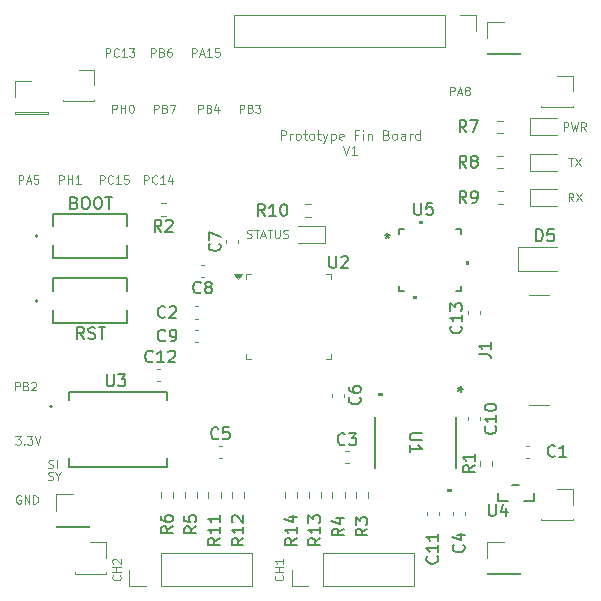
<source format=gbr>
%TF.GenerationSoftware,KiCad,Pcbnew,9.0.5*%
%TF.CreationDate,2026-01-02T01:02:28-05:00*%
%TF.ProjectId,fin-prototype,66696e2d-7072-46f7-946f-747970652e6b,rev?*%
%TF.SameCoordinates,Original*%
%TF.FileFunction,Legend,Top*%
%TF.FilePolarity,Positive*%
%FSLAX46Y46*%
G04 Gerber Fmt 4.6, Leading zero omitted, Abs format (unit mm)*
G04 Created by KiCad (PCBNEW 9.0.5) date 2026-01-02 01:02:28*
%MOMM*%
%LPD*%
G01*
G04 APERTURE LIST*
%ADD10C,0.100000*%
%ADD11C,0.087500*%
%ADD12C,0.150000*%
%ADD13C,0.120000*%
%ADD14C,0.152400*%
%ADD15C,0.000000*%
%ADD16C,0.200000*%
G04 APERTURE END LIST*
D10*
X118114284Y-60608940D02*
X118114284Y-59808940D01*
X118114284Y-59808940D02*
X118419046Y-59808940D01*
X118419046Y-59808940D02*
X118495236Y-59847035D01*
X118495236Y-59847035D02*
X118533331Y-59885130D01*
X118533331Y-59885130D02*
X118571427Y-59961321D01*
X118571427Y-59961321D02*
X118571427Y-60075606D01*
X118571427Y-60075606D02*
X118533331Y-60151797D01*
X118533331Y-60151797D02*
X118495236Y-60189892D01*
X118495236Y-60189892D02*
X118419046Y-60227987D01*
X118419046Y-60227987D02*
X118114284Y-60227987D01*
X118914284Y-60608940D02*
X118914284Y-60075606D01*
X118914284Y-60227987D02*
X118952379Y-60151797D01*
X118952379Y-60151797D02*
X118990474Y-60113702D01*
X118990474Y-60113702D02*
X119066665Y-60075606D01*
X119066665Y-60075606D02*
X119142855Y-60075606D01*
X119523807Y-60608940D02*
X119447617Y-60570845D01*
X119447617Y-60570845D02*
X119409522Y-60532749D01*
X119409522Y-60532749D02*
X119371426Y-60456559D01*
X119371426Y-60456559D02*
X119371426Y-60227987D01*
X119371426Y-60227987D02*
X119409522Y-60151797D01*
X119409522Y-60151797D02*
X119447617Y-60113702D01*
X119447617Y-60113702D02*
X119523807Y-60075606D01*
X119523807Y-60075606D02*
X119638093Y-60075606D01*
X119638093Y-60075606D02*
X119714284Y-60113702D01*
X119714284Y-60113702D02*
X119752379Y-60151797D01*
X119752379Y-60151797D02*
X119790474Y-60227987D01*
X119790474Y-60227987D02*
X119790474Y-60456559D01*
X119790474Y-60456559D02*
X119752379Y-60532749D01*
X119752379Y-60532749D02*
X119714284Y-60570845D01*
X119714284Y-60570845D02*
X119638093Y-60608940D01*
X119638093Y-60608940D02*
X119523807Y-60608940D01*
X120019046Y-60075606D02*
X120323808Y-60075606D01*
X120133332Y-59808940D02*
X120133332Y-60494654D01*
X120133332Y-60494654D02*
X120171427Y-60570845D01*
X120171427Y-60570845D02*
X120247617Y-60608940D01*
X120247617Y-60608940D02*
X120323808Y-60608940D01*
X120704760Y-60608940D02*
X120628570Y-60570845D01*
X120628570Y-60570845D02*
X120590475Y-60532749D01*
X120590475Y-60532749D02*
X120552379Y-60456559D01*
X120552379Y-60456559D02*
X120552379Y-60227987D01*
X120552379Y-60227987D02*
X120590475Y-60151797D01*
X120590475Y-60151797D02*
X120628570Y-60113702D01*
X120628570Y-60113702D02*
X120704760Y-60075606D01*
X120704760Y-60075606D02*
X120819046Y-60075606D01*
X120819046Y-60075606D02*
X120895237Y-60113702D01*
X120895237Y-60113702D02*
X120933332Y-60151797D01*
X120933332Y-60151797D02*
X120971427Y-60227987D01*
X120971427Y-60227987D02*
X120971427Y-60456559D01*
X120971427Y-60456559D02*
X120933332Y-60532749D01*
X120933332Y-60532749D02*
X120895237Y-60570845D01*
X120895237Y-60570845D02*
X120819046Y-60608940D01*
X120819046Y-60608940D02*
X120704760Y-60608940D01*
X121199999Y-60075606D02*
X121504761Y-60075606D01*
X121314285Y-59808940D02*
X121314285Y-60494654D01*
X121314285Y-60494654D02*
X121352380Y-60570845D01*
X121352380Y-60570845D02*
X121428570Y-60608940D01*
X121428570Y-60608940D02*
X121504761Y-60608940D01*
X121695237Y-60075606D02*
X121885713Y-60608940D01*
X122076190Y-60075606D02*
X121885713Y-60608940D01*
X121885713Y-60608940D02*
X121809523Y-60799416D01*
X121809523Y-60799416D02*
X121771428Y-60837511D01*
X121771428Y-60837511D02*
X121695237Y-60875606D01*
X122380952Y-60075606D02*
X122380952Y-60875606D01*
X122380952Y-60113702D02*
X122457142Y-60075606D01*
X122457142Y-60075606D02*
X122609523Y-60075606D01*
X122609523Y-60075606D02*
X122685714Y-60113702D01*
X122685714Y-60113702D02*
X122723809Y-60151797D01*
X122723809Y-60151797D02*
X122761904Y-60227987D01*
X122761904Y-60227987D02*
X122761904Y-60456559D01*
X122761904Y-60456559D02*
X122723809Y-60532749D01*
X122723809Y-60532749D02*
X122685714Y-60570845D01*
X122685714Y-60570845D02*
X122609523Y-60608940D01*
X122609523Y-60608940D02*
X122457142Y-60608940D01*
X122457142Y-60608940D02*
X122380952Y-60570845D01*
X123409524Y-60570845D02*
X123333333Y-60608940D01*
X123333333Y-60608940D02*
X123180952Y-60608940D01*
X123180952Y-60608940D02*
X123104762Y-60570845D01*
X123104762Y-60570845D02*
X123066666Y-60494654D01*
X123066666Y-60494654D02*
X123066666Y-60189892D01*
X123066666Y-60189892D02*
X123104762Y-60113702D01*
X123104762Y-60113702D02*
X123180952Y-60075606D01*
X123180952Y-60075606D02*
X123333333Y-60075606D01*
X123333333Y-60075606D02*
X123409524Y-60113702D01*
X123409524Y-60113702D02*
X123447619Y-60189892D01*
X123447619Y-60189892D02*
X123447619Y-60266083D01*
X123447619Y-60266083D02*
X123066666Y-60342273D01*
X124666666Y-60189892D02*
X124400000Y-60189892D01*
X124400000Y-60608940D02*
X124400000Y-59808940D01*
X124400000Y-59808940D02*
X124780952Y-59808940D01*
X125085714Y-60608940D02*
X125085714Y-60075606D01*
X125085714Y-59808940D02*
X125047618Y-59847035D01*
X125047618Y-59847035D02*
X125085714Y-59885130D01*
X125085714Y-59885130D02*
X125123809Y-59847035D01*
X125123809Y-59847035D02*
X125085714Y-59808940D01*
X125085714Y-59808940D02*
X125085714Y-59885130D01*
X125466666Y-60075606D02*
X125466666Y-60608940D01*
X125466666Y-60151797D02*
X125504761Y-60113702D01*
X125504761Y-60113702D02*
X125580951Y-60075606D01*
X125580951Y-60075606D02*
X125695237Y-60075606D01*
X125695237Y-60075606D02*
X125771428Y-60113702D01*
X125771428Y-60113702D02*
X125809523Y-60189892D01*
X125809523Y-60189892D02*
X125809523Y-60608940D01*
X127066666Y-60189892D02*
X127180952Y-60227987D01*
X127180952Y-60227987D02*
X127219047Y-60266083D01*
X127219047Y-60266083D02*
X127257143Y-60342273D01*
X127257143Y-60342273D02*
X127257143Y-60456559D01*
X127257143Y-60456559D02*
X127219047Y-60532749D01*
X127219047Y-60532749D02*
X127180952Y-60570845D01*
X127180952Y-60570845D02*
X127104762Y-60608940D01*
X127104762Y-60608940D02*
X126800000Y-60608940D01*
X126800000Y-60608940D02*
X126800000Y-59808940D01*
X126800000Y-59808940D02*
X127066666Y-59808940D01*
X127066666Y-59808940D02*
X127142857Y-59847035D01*
X127142857Y-59847035D02*
X127180952Y-59885130D01*
X127180952Y-59885130D02*
X127219047Y-59961321D01*
X127219047Y-59961321D02*
X127219047Y-60037511D01*
X127219047Y-60037511D02*
X127180952Y-60113702D01*
X127180952Y-60113702D02*
X127142857Y-60151797D01*
X127142857Y-60151797D02*
X127066666Y-60189892D01*
X127066666Y-60189892D02*
X126800000Y-60189892D01*
X127714285Y-60608940D02*
X127638095Y-60570845D01*
X127638095Y-60570845D02*
X127600000Y-60532749D01*
X127600000Y-60532749D02*
X127561904Y-60456559D01*
X127561904Y-60456559D02*
X127561904Y-60227987D01*
X127561904Y-60227987D02*
X127600000Y-60151797D01*
X127600000Y-60151797D02*
X127638095Y-60113702D01*
X127638095Y-60113702D02*
X127714285Y-60075606D01*
X127714285Y-60075606D02*
X127828571Y-60075606D01*
X127828571Y-60075606D02*
X127904762Y-60113702D01*
X127904762Y-60113702D02*
X127942857Y-60151797D01*
X127942857Y-60151797D02*
X127980952Y-60227987D01*
X127980952Y-60227987D02*
X127980952Y-60456559D01*
X127980952Y-60456559D02*
X127942857Y-60532749D01*
X127942857Y-60532749D02*
X127904762Y-60570845D01*
X127904762Y-60570845D02*
X127828571Y-60608940D01*
X127828571Y-60608940D02*
X127714285Y-60608940D01*
X128666667Y-60608940D02*
X128666667Y-60189892D01*
X128666667Y-60189892D02*
X128628572Y-60113702D01*
X128628572Y-60113702D02*
X128552381Y-60075606D01*
X128552381Y-60075606D02*
X128400000Y-60075606D01*
X128400000Y-60075606D02*
X128323810Y-60113702D01*
X128666667Y-60570845D02*
X128590476Y-60608940D01*
X128590476Y-60608940D02*
X128400000Y-60608940D01*
X128400000Y-60608940D02*
X128323810Y-60570845D01*
X128323810Y-60570845D02*
X128285714Y-60494654D01*
X128285714Y-60494654D02*
X128285714Y-60418464D01*
X128285714Y-60418464D02*
X128323810Y-60342273D01*
X128323810Y-60342273D02*
X128400000Y-60304178D01*
X128400000Y-60304178D02*
X128590476Y-60304178D01*
X128590476Y-60304178D02*
X128666667Y-60266083D01*
X129047620Y-60608940D02*
X129047620Y-60075606D01*
X129047620Y-60227987D02*
X129085715Y-60151797D01*
X129085715Y-60151797D02*
X129123810Y-60113702D01*
X129123810Y-60113702D02*
X129200001Y-60075606D01*
X129200001Y-60075606D02*
X129276191Y-60075606D01*
X129885715Y-60608940D02*
X129885715Y-59808940D01*
X129885715Y-60570845D02*
X129809524Y-60608940D01*
X129809524Y-60608940D02*
X129657143Y-60608940D01*
X129657143Y-60608940D02*
X129580953Y-60570845D01*
X129580953Y-60570845D02*
X129542858Y-60532749D01*
X129542858Y-60532749D02*
X129504762Y-60456559D01*
X129504762Y-60456559D02*
X129504762Y-60227987D01*
X129504762Y-60227987D02*
X129542858Y-60151797D01*
X129542858Y-60151797D02*
X129580953Y-60113702D01*
X129580953Y-60113702D02*
X129657143Y-60075606D01*
X129657143Y-60075606D02*
X129809524Y-60075606D01*
X129809524Y-60075606D02*
X129885715Y-60113702D01*
X123352381Y-61096895D02*
X123619048Y-61896895D01*
X123619048Y-61896895D02*
X123885714Y-61096895D01*
X124571428Y-61896895D02*
X124114285Y-61896895D01*
X124342857Y-61896895D02*
X124342857Y-61096895D01*
X124342857Y-61096895D02*
X124266666Y-61211180D01*
X124266666Y-61211180D02*
X124190476Y-61287371D01*
X124190476Y-61287371D02*
X124114285Y-61325466D01*
D11*
X96090898Y-90743116D02*
X96024231Y-90709783D01*
X96024231Y-90709783D02*
X95924231Y-90709783D01*
X95924231Y-90709783D02*
X95824231Y-90743116D01*
X95824231Y-90743116D02*
X95757565Y-90809783D01*
X95757565Y-90809783D02*
X95724231Y-90876450D01*
X95724231Y-90876450D02*
X95690898Y-91009783D01*
X95690898Y-91009783D02*
X95690898Y-91109783D01*
X95690898Y-91109783D02*
X95724231Y-91243116D01*
X95724231Y-91243116D02*
X95757565Y-91309783D01*
X95757565Y-91309783D02*
X95824231Y-91376450D01*
X95824231Y-91376450D02*
X95924231Y-91409783D01*
X95924231Y-91409783D02*
X95990898Y-91409783D01*
X95990898Y-91409783D02*
X96090898Y-91376450D01*
X96090898Y-91376450D02*
X96124231Y-91343116D01*
X96124231Y-91343116D02*
X96124231Y-91109783D01*
X96124231Y-91109783D02*
X95990898Y-91109783D01*
X96424231Y-91409783D02*
X96424231Y-90709783D01*
X96424231Y-90709783D02*
X96824231Y-91409783D01*
X96824231Y-91409783D02*
X96824231Y-90709783D01*
X97157564Y-91409783D02*
X97157564Y-90709783D01*
X97157564Y-90709783D02*
X97324231Y-90709783D01*
X97324231Y-90709783D02*
X97424231Y-90743116D01*
X97424231Y-90743116D02*
X97490898Y-90809783D01*
X97490898Y-90809783D02*
X97524231Y-90876450D01*
X97524231Y-90876450D02*
X97557564Y-91009783D01*
X97557564Y-91009783D02*
X97557564Y-91109783D01*
X97557564Y-91109783D02*
X97524231Y-91243116D01*
X97524231Y-91243116D02*
X97490898Y-91309783D01*
X97490898Y-91309783D02*
X97424231Y-91376450D01*
X97424231Y-91376450D02*
X97324231Y-91409783D01*
X97324231Y-91409783D02*
X97157564Y-91409783D01*
X95657565Y-85709783D02*
X96090898Y-85709783D01*
X96090898Y-85709783D02*
X95857565Y-85976450D01*
X95857565Y-85976450D02*
X95957565Y-85976450D01*
X95957565Y-85976450D02*
X96024231Y-86009783D01*
X96024231Y-86009783D02*
X96057565Y-86043116D01*
X96057565Y-86043116D02*
X96090898Y-86109783D01*
X96090898Y-86109783D02*
X96090898Y-86276450D01*
X96090898Y-86276450D02*
X96057565Y-86343116D01*
X96057565Y-86343116D02*
X96024231Y-86376450D01*
X96024231Y-86376450D02*
X95957565Y-86409783D01*
X95957565Y-86409783D02*
X95757565Y-86409783D01*
X95757565Y-86409783D02*
X95690898Y-86376450D01*
X95690898Y-86376450D02*
X95657565Y-86343116D01*
X96390898Y-86343116D02*
X96424232Y-86376450D01*
X96424232Y-86376450D02*
X96390898Y-86409783D01*
X96390898Y-86409783D02*
X96357565Y-86376450D01*
X96357565Y-86376450D02*
X96390898Y-86343116D01*
X96390898Y-86343116D02*
X96390898Y-86409783D01*
X96657565Y-85709783D02*
X97090898Y-85709783D01*
X97090898Y-85709783D02*
X96857565Y-85976450D01*
X96857565Y-85976450D02*
X96957565Y-85976450D01*
X96957565Y-85976450D02*
X97024231Y-86009783D01*
X97024231Y-86009783D02*
X97057565Y-86043116D01*
X97057565Y-86043116D02*
X97090898Y-86109783D01*
X97090898Y-86109783D02*
X97090898Y-86276450D01*
X97090898Y-86276450D02*
X97057565Y-86343116D01*
X97057565Y-86343116D02*
X97024231Y-86376450D01*
X97024231Y-86376450D02*
X96957565Y-86409783D01*
X96957565Y-86409783D02*
X96757565Y-86409783D01*
X96757565Y-86409783D02*
X96690898Y-86376450D01*
X96690898Y-86376450D02*
X96657565Y-86343116D01*
X97290898Y-85709783D02*
X97524232Y-86409783D01*
X97524232Y-86409783D02*
X97757565Y-85709783D01*
X98440898Y-89376450D02*
X98540898Y-89409783D01*
X98540898Y-89409783D02*
X98707565Y-89409783D01*
X98707565Y-89409783D02*
X98774231Y-89376450D01*
X98774231Y-89376450D02*
X98807565Y-89343116D01*
X98807565Y-89343116D02*
X98840898Y-89276450D01*
X98840898Y-89276450D02*
X98840898Y-89209783D01*
X98840898Y-89209783D02*
X98807565Y-89143116D01*
X98807565Y-89143116D02*
X98774231Y-89109783D01*
X98774231Y-89109783D02*
X98707565Y-89076450D01*
X98707565Y-89076450D02*
X98574231Y-89043116D01*
X98574231Y-89043116D02*
X98507565Y-89009783D01*
X98507565Y-89009783D02*
X98474231Y-88976450D01*
X98474231Y-88976450D02*
X98440898Y-88909783D01*
X98440898Y-88909783D02*
X98440898Y-88843116D01*
X98440898Y-88843116D02*
X98474231Y-88776450D01*
X98474231Y-88776450D02*
X98507565Y-88743116D01*
X98507565Y-88743116D02*
X98574231Y-88709783D01*
X98574231Y-88709783D02*
X98740898Y-88709783D01*
X98740898Y-88709783D02*
X98840898Y-88743116D01*
X99274232Y-89076450D02*
X99274232Y-89409783D01*
X99040898Y-88709783D02*
X99274232Y-89076450D01*
X99274232Y-89076450D02*
X99507565Y-88709783D01*
X98440898Y-88376450D02*
X98540898Y-88409783D01*
X98540898Y-88409783D02*
X98707565Y-88409783D01*
X98707565Y-88409783D02*
X98774231Y-88376450D01*
X98774231Y-88376450D02*
X98807565Y-88343116D01*
X98807565Y-88343116D02*
X98840898Y-88276450D01*
X98840898Y-88276450D02*
X98840898Y-88209783D01*
X98840898Y-88209783D02*
X98807565Y-88143116D01*
X98807565Y-88143116D02*
X98774231Y-88109783D01*
X98774231Y-88109783D02*
X98707565Y-88076450D01*
X98707565Y-88076450D02*
X98574231Y-88043116D01*
X98574231Y-88043116D02*
X98507565Y-88009783D01*
X98507565Y-88009783D02*
X98474231Y-87976450D01*
X98474231Y-87976450D02*
X98440898Y-87909783D01*
X98440898Y-87909783D02*
X98440898Y-87843116D01*
X98440898Y-87843116D02*
X98474231Y-87776450D01*
X98474231Y-87776450D02*
X98507565Y-87743116D01*
X98507565Y-87743116D02*
X98574231Y-87709783D01*
X98574231Y-87709783D02*
X98740898Y-87709783D01*
X98740898Y-87709783D02*
X98840898Y-87743116D01*
X99140898Y-88409783D02*
X99140898Y-87709783D01*
X132433333Y-56819283D02*
X132433333Y-56119283D01*
X132433333Y-56119283D02*
X132700000Y-56119283D01*
X132700000Y-56119283D02*
X132766667Y-56152616D01*
X132766667Y-56152616D02*
X132800000Y-56185950D01*
X132800000Y-56185950D02*
X132833333Y-56252616D01*
X132833333Y-56252616D02*
X132833333Y-56352616D01*
X132833333Y-56352616D02*
X132800000Y-56419283D01*
X132800000Y-56419283D02*
X132766667Y-56452616D01*
X132766667Y-56452616D02*
X132700000Y-56485950D01*
X132700000Y-56485950D02*
X132433333Y-56485950D01*
X133100000Y-56619283D02*
X133433333Y-56619283D01*
X133033333Y-56819283D02*
X133266667Y-56119283D01*
X133266667Y-56119283D02*
X133500000Y-56819283D01*
X133833333Y-56419283D02*
X133766667Y-56385950D01*
X133766667Y-56385950D02*
X133733333Y-56352616D01*
X133733333Y-56352616D02*
X133700000Y-56285950D01*
X133700000Y-56285950D02*
X133700000Y-56252616D01*
X133700000Y-56252616D02*
X133733333Y-56185950D01*
X133733333Y-56185950D02*
X133766667Y-56152616D01*
X133766667Y-56152616D02*
X133833333Y-56119283D01*
X133833333Y-56119283D02*
X133966667Y-56119283D01*
X133966667Y-56119283D02*
X134033333Y-56152616D01*
X134033333Y-56152616D02*
X134066667Y-56185950D01*
X134066667Y-56185950D02*
X134100000Y-56252616D01*
X134100000Y-56252616D02*
X134100000Y-56285950D01*
X134100000Y-56285950D02*
X134066667Y-56352616D01*
X134066667Y-56352616D02*
X134033333Y-56385950D01*
X134033333Y-56385950D02*
X133966667Y-56419283D01*
X133966667Y-56419283D02*
X133833333Y-56419283D01*
X133833333Y-56419283D02*
X133766667Y-56452616D01*
X133766667Y-56452616D02*
X133733333Y-56485950D01*
X133733333Y-56485950D02*
X133700000Y-56552616D01*
X133700000Y-56552616D02*
X133700000Y-56685950D01*
X133700000Y-56685950D02*
X133733333Y-56752616D01*
X133733333Y-56752616D02*
X133766667Y-56785950D01*
X133766667Y-56785950D02*
X133833333Y-56819283D01*
X133833333Y-56819283D02*
X133966667Y-56819283D01*
X133966667Y-56819283D02*
X134033333Y-56785950D01*
X134033333Y-56785950D02*
X134066667Y-56752616D01*
X134066667Y-56752616D02*
X134100000Y-56685950D01*
X134100000Y-56685950D02*
X134100000Y-56552616D01*
X134100000Y-56552616D02*
X134066667Y-56485950D01*
X134066667Y-56485950D02*
X134033333Y-56452616D01*
X134033333Y-56452616D02*
X133966667Y-56419283D01*
X104502616Y-97483333D02*
X104535950Y-97516666D01*
X104535950Y-97516666D02*
X104569283Y-97616666D01*
X104569283Y-97616666D02*
X104569283Y-97683333D01*
X104569283Y-97683333D02*
X104535950Y-97783333D01*
X104535950Y-97783333D02*
X104469283Y-97850000D01*
X104469283Y-97850000D02*
X104402616Y-97883333D01*
X104402616Y-97883333D02*
X104269283Y-97916666D01*
X104269283Y-97916666D02*
X104169283Y-97916666D01*
X104169283Y-97916666D02*
X104035950Y-97883333D01*
X104035950Y-97883333D02*
X103969283Y-97850000D01*
X103969283Y-97850000D02*
X103902616Y-97783333D01*
X103902616Y-97783333D02*
X103869283Y-97683333D01*
X103869283Y-97683333D02*
X103869283Y-97616666D01*
X103869283Y-97616666D02*
X103902616Y-97516666D01*
X103902616Y-97516666D02*
X103935950Y-97483333D01*
X104569283Y-97183333D02*
X103869283Y-97183333D01*
X104202616Y-97183333D02*
X104202616Y-96783333D01*
X104569283Y-96783333D02*
X103869283Y-96783333D01*
X103935950Y-96483333D02*
X103902616Y-96450000D01*
X103902616Y-96450000D02*
X103869283Y-96383333D01*
X103869283Y-96383333D02*
X103869283Y-96216667D01*
X103869283Y-96216667D02*
X103902616Y-96150000D01*
X103902616Y-96150000D02*
X103935950Y-96116667D01*
X103935950Y-96116667D02*
X104002616Y-96083333D01*
X104002616Y-96083333D02*
X104069283Y-96083333D01*
X104069283Y-96083333D02*
X104169283Y-96116667D01*
X104169283Y-96116667D02*
X104569283Y-96516667D01*
X104569283Y-96516667D02*
X104569283Y-96083333D01*
D12*
X123454819Y-93516666D02*
X122978628Y-93849999D01*
X123454819Y-94088094D02*
X122454819Y-94088094D01*
X122454819Y-94088094D02*
X122454819Y-93707142D01*
X122454819Y-93707142D02*
X122502438Y-93611904D01*
X122502438Y-93611904D02*
X122550057Y-93564285D01*
X122550057Y-93564285D02*
X122645295Y-93516666D01*
X122645295Y-93516666D02*
X122788152Y-93516666D01*
X122788152Y-93516666D02*
X122883390Y-93564285D01*
X122883390Y-93564285D02*
X122931009Y-93611904D01*
X122931009Y-93611904D02*
X122978628Y-93707142D01*
X122978628Y-93707142D02*
X122978628Y-94088094D01*
X122788152Y-92659523D02*
X123454819Y-92659523D01*
X122407200Y-92897618D02*
X123121485Y-93135713D01*
X123121485Y-93135713D02*
X123121485Y-92516666D01*
X112929580Y-69391666D02*
X112977200Y-69439285D01*
X112977200Y-69439285D02*
X113024819Y-69582142D01*
X113024819Y-69582142D02*
X113024819Y-69677380D01*
X113024819Y-69677380D02*
X112977200Y-69820237D01*
X112977200Y-69820237D02*
X112881961Y-69915475D01*
X112881961Y-69915475D02*
X112786723Y-69963094D01*
X112786723Y-69963094D02*
X112596247Y-70010713D01*
X112596247Y-70010713D02*
X112453390Y-70010713D01*
X112453390Y-70010713D02*
X112262914Y-69963094D01*
X112262914Y-69963094D02*
X112167676Y-69915475D01*
X112167676Y-69915475D02*
X112072438Y-69820237D01*
X112072438Y-69820237D02*
X112024819Y-69677380D01*
X112024819Y-69677380D02*
X112024819Y-69582142D01*
X112024819Y-69582142D02*
X112072438Y-69439285D01*
X112072438Y-69439285D02*
X112120057Y-69391666D01*
X112024819Y-69058332D02*
X112024819Y-68391666D01*
X112024819Y-68391666D02*
X113024819Y-68820237D01*
X130045180Y-85463095D02*
X129235657Y-85463095D01*
X129235657Y-85463095D02*
X129140419Y-85510714D01*
X129140419Y-85510714D02*
X129092800Y-85558333D01*
X129092800Y-85558333D02*
X129045180Y-85653571D01*
X129045180Y-85653571D02*
X129045180Y-85844047D01*
X129045180Y-85844047D02*
X129092800Y-85939285D01*
X129092800Y-85939285D02*
X129140419Y-85986904D01*
X129140419Y-85986904D02*
X129235657Y-86034523D01*
X129235657Y-86034523D02*
X130045180Y-86034523D01*
X129045180Y-87034523D02*
X129045180Y-86463095D01*
X129045180Y-86748809D02*
X130045180Y-86748809D01*
X130045180Y-86748809D02*
X129902323Y-86653571D01*
X129902323Y-86653571D02*
X129807085Y-86558333D01*
X129807085Y-86558333D02*
X129759466Y-86463095D01*
X133545180Y-81725000D02*
X133307085Y-81725000D01*
X133402323Y-81486905D02*
X133307085Y-81725000D01*
X133307085Y-81725000D02*
X133402323Y-81963095D01*
X133116609Y-81582143D02*
X133307085Y-81725000D01*
X133307085Y-81725000D02*
X133116609Y-81867857D01*
D11*
X106549999Y-64319283D02*
X106549999Y-63619283D01*
X106549999Y-63619283D02*
X106816666Y-63619283D01*
X106816666Y-63619283D02*
X106883333Y-63652616D01*
X106883333Y-63652616D02*
X106916666Y-63685950D01*
X106916666Y-63685950D02*
X106949999Y-63752616D01*
X106949999Y-63752616D02*
X106949999Y-63852616D01*
X106949999Y-63852616D02*
X106916666Y-63919283D01*
X106916666Y-63919283D02*
X106883333Y-63952616D01*
X106883333Y-63952616D02*
X106816666Y-63985950D01*
X106816666Y-63985950D02*
X106549999Y-63985950D01*
X107649999Y-64252616D02*
X107616666Y-64285950D01*
X107616666Y-64285950D02*
X107516666Y-64319283D01*
X107516666Y-64319283D02*
X107449999Y-64319283D01*
X107449999Y-64319283D02*
X107349999Y-64285950D01*
X107349999Y-64285950D02*
X107283333Y-64219283D01*
X107283333Y-64219283D02*
X107249999Y-64152616D01*
X107249999Y-64152616D02*
X107216666Y-64019283D01*
X107216666Y-64019283D02*
X107216666Y-63919283D01*
X107216666Y-63919283D02*
X107249999Y-63785950D01*
X107249999Y-63785950D02*
X107283333Y-63719283D01*
X107283333Y-63719283D02*
X107349999Y-63652616D01*
X107349999Y-63652616D02*
X107449999Y-63619283D01*
X107449999Y-63619283D02*
X107516666Y-63619283D01*
X107516666Y-63619283D02*
X107616666Y-63652616D01*
X107616666Y-63652616D02*
X107649999Y-63685950D01*
X108316666Y-64319283D02*
X107916666Y-64319283D01*
X108116666Y-64319283D02*
X108116666Y-63619283D01*
X108116666Y-63619283D02*
X108049999Y-63719283D01*
X108049999Y-63719283D02*
X107983333Y-63785950D01*
X107983333Y-63785950D02*
X107916666Y-63819283D01*
X108916666Y-63852616D02*
X108916666Y-64319283D01*
X108750000Y-63585950D02*
X108583333Y-64085950D01*
X108583333Y-64085950D02*
X109016666Y-64085950D01*
D12*
X133833333Y-62954819D02*
X133500000Y-62478628D01*
X133261905Y-62954819D02*
X133261905Y-61954819D01*
X133261905Y-61954819D02*
X133642857Y-61954819D01*
X133642857Y-61954819D02*
X133738095Y-62002438D01*
X133738095Y-62002438D02*
X133785714Y-62050057D01*
X133785714Y-62050057D02*
X133833333Y-62145295D01*
X133833333Y-62145295D02*
X133833333Y-62288152D01*
X133833333Y-62288152D02*
X133785714Y-62383390D01*
X133785714Y-62383390D02*
X133738095Y-62431009D01*
X133738095Y-62431009D02*
X133642857Y-62478628D01*
X133642857Y-62478628D02*
X133261905Y-62478628D01*
X134404762Y-62383390D02*
X134309524Y-62335771D01*
X134309524Y-62335771D02*
X134261905Y-62288152D01*
X134261905Y-62288152D02*
X134214286Y-62192914D01*
X134214286Y-62192914D02*
X134214286Y-62145295D01*
X134214286Y-62145295D02*
X134261905Y-62050057D01*
X134261905Y-62050057D02*
X134309524Y-62002438D01*
X134309524Y-62002438D02*
X134404762Y-61954819D01*
X134404762Y-61954819D02*
X134595238Y-61954819D01*
X134595238Y-61954819D02*
X134690476Y-62002438D01*
X134690476Y-62002438D02*
X134738095Y-62050057D01*
X134738095Y-62050057D02*
X134785714Y-62145295D01*
X134785714Y-62145295D02*
X134785714Y-62192914D01*
X134785714Y-62192914D02*
X134738095Y-62288152D01*
X134738095Y-62288152D02*
X134690476Y-62335771D01*
X134690476Y-62335771D02*
X134595238Y-62383390D01*
X134595238Y-62383390D02*
X134404762Y-62383390D01*
X134404762Y-62383390D02*
X134309524Y-62431009D01*
X134309524Y-62431009D02*
X134261905Y-62478628D01*
X134261905Y-62478628D02*
X134214286Y-62573866D01*
X134214286Y-62573866D02*
X134214286Y-62764342D01*
X134214286Y-62764342D02*
X134261905Y-62859580D01*
X134261905Y-62859580D02*
X134309524Y-62907200D01*
X134309524Y-62907200D02*
X134404762Y-62954819D01*
X134404762Y-62954819D02*
X134595238Y-62954819D01*
X134595238Y-62954819D02*
X134690476Y-62907200D01*
X134690476Y-62907200D02*
X134738095Y-62859580D01*
X134738095Y-62859580D02*
X134785714Y-62764342D01*
X134785714Y-62764342D02*
X134785714Y-62573866D01*
X134785714Y-62573866D02*
X134738095Y-62478628D01*
X134738095Y-62478628D02*
X134690476Y-62431009D01*
X134690476Y-62431009D02*
X134595238Y-62383390D01*
X121454819Y-94317857D02*
X120978628Y-94651190D01*
X121454819Y-94889285D02*
X120454819Y-94889285D01*
X120454819Y-94889285D02*
X120454819Y-94508333D01*
X120454819Y-94508333D02*
X120502438Y-94413095D01*
X120502438Y-94413095D02*
X120550057Y-94365476D01*
X120550057Y-94365476D02*
X120645295Y-94317857D01*
X120645295Y-94317857D02*
X120788152Y-94317857D01*
X120788152Y-94317857D02*
X120883390Y-94365476D01*
X120883390Y-94365476D02*
X120931009Y-94413095D01*
X120931009Y-94413095D02*
X120978628Y-94508333D01*
X120978628Y-94508333D02*
X120978628Y-94889285D01*
X121454819Y-93365476D02*
X121454819Y-93936904D01*
X121454819Y-93651190D02*
X120454819Y-93651190D01*
X120454819Y-93651190D02*
X120597676Y-93746428D01*
X120597676Y-93746428D02*
X120692914Y-93841666D01*
X120692914Y-93841666D02*
X120740533Y-93936904D01*
X120454819Y-93032142D02*
X120454819Y-92413095D01*
X120454819Y-92413095D02*
X120835771Y-92746428D01*
X120835771Y-92746428D02*
X120835771Y-92603571D01*
X120835771Y-92603571D02*
X120883390Y-92508333D01*
X120883390Y-92508333D02*
X120931009Y-92460714D01*
X120931009Y-92460714D02*
X121026247Y-92413095D01*
X121026247Y-92413095D02*
X121264342Y-92413095D01*
X121264342Y-92413095D02*
X121359580Y-92460714D01*
X121359580Y-92460714D02*
X121407200Y-92508333D01*
X121407200Y-92508333D02*
X121454819Y-92603571D01*
X121454819Y-92603571D02*
X121454819Y-92889285D01*
X121454819Y-92889285D02*
X121407200Y-92984523D01*
X121407200Y-92984523D02*
X121359580Y-93032142D01*
X116757142Y-67054819D02*
X116423809Y-66578628D01*
X116185714Y-67054819D02*
X116185714Y-66054819D01*
X116185714Y-66054819D02*
X116566666Y-66054819D01*
X116566666Y-66054819D02*
X116661904Y-66102438D01*
X116661904Y-66102438D02*
X116709523Y-66150057D01*
X116709523Y-66150057D02*
X116757142Y-66245295D01*
X116757142Y-66245295D02*
X116757142Y-66388152D01*
X116757142Y-66388152D02*
X116709523Y-66483390D01*
X116709523Y-66483390D02*
X116661904Y-66531009D01*
X116661904Y-66531009D02*
X116566666Y-66578628D01*
X116566666Y-66578628D02*
X116185714Y-66578628D01*
X117709523Y-67054819D02*
X117138095Y-67054819D01*
X117423809Y-67054819D02*
X117423809Y-66054819D01*
X117423809Y-66054819D02*
X117328571Y-66197676D01*
X117328571Y-66197676D02*
X117233333Y-66292914D01*
X117233333Y-66292914D02*
X117138095Y-66340533D01*
X118328571Y-66054819D02*
X118423809Y-66054819D01*
X118423809Y-66054819D02*
X118519047Y-66102438D01*
X118519047Y-66102438D02*
X118566666Y-66150057D01*
X118566666Y-66150057D02*
X118614285Y-66245295D01*
X118614285Y-66245295D02*
X118661904Y-66435771D01*
X118661904Y-66435771D02*
X118661904Y-66673866D01*
X118661904Y-66673866D02*
X118614285Y-66864342D01*
X118614285Y-66864342D02*
X118566666Y-66959580D01*
X118566666Y-66959580D02*
X118519047Y-67007200D01*
X118519047Y-67007200D02*
X118423809Y-67054819D01*
X118423809Y-67054819D02*
X118328571Y-67054819D01*
X118328571Y-67054819D02*
X118233333Y-67007200D01*
X118233333Y-67007200D02*
X118185714Y-66959580D01*
X118185714Y-66959580D02*
X118138095Y-66864342D01*
X118138095Y-66864342D02*
X118090476Y-66673866D01*
X118090476Y-66673866D02*
X118090476Y-66435771D01*
X118090476Y-66435771D02*
X118138095Y-66245295D01*
X118138095Y-66245295D02*
X118185714Y-66150057D01*
X118185714Y-66150057D02*
X118233333Y-66102438D01*
X118233333Y-66102438D02*
X118328571Y-66054819D01*
D11*
X110599999Y-53569283D02*
X110599999Y-52869283D01*
X110599999Y-52869283D02*
X110866666Y-52869283D01*
X110866666Y-52869283D02*
X110933333Y-52902616D01*
X110933333Y-52902616D02*
X110966666Y-52935950D01*
X110966666Y-52935950D02*
X110999999Y-53002616D01*
X110999999Y-53002616D02*
X110999999Y-53102616D01*
X110999999Y-53102616D02*
X110966666Y-53169283D01*
X110966666Y-53169283D02*
X110933333Y-53202616D01*
X110933333Y-53202616D02*
X110866666Y-53235950D01*
X110866666Y-53235950D02*
X110599999Y-53235950D01*
X111266666Y-53369283D02*
X111599999Y-53369283D01*
X111199999Y-53569283D02*
X111433333Y-52869283D01*
X111433333Y-52869283D02*
X111666666Y-53569283D01*
X112266666Y-53569283D02*
X111866666Y-53569283D01*
X112066666Y-53569283D02*
X112066666Y-52869283D01*
X112066666Y-52869283D02*
X111999999Y-52969283D01*
X111999999Y-52969283D02*
X111933333Y-53035950D01*
X111933333Y-53035950D02*
X111866666Y-53069283D01*
X112900000Y-52869283D02*
X112566666Y-52869283D01*
X112566666Y-52869283D02*
X112533333Y-53202616D01*
X112533333Y-53202616D02*
X112566666Y-53169283D01*
X112566666Y-53169283D02*
X112633333Y-53135950D01*
X112633333Y-53135950D02*
X112800000Y-53135950D01*
X112800000Y-53135950D02*
X112866666Y-53169283D01*
X112866666Y-53169283D02*
X112900000Y-53202616D01*
X112900000Y-53202616D02*
X112933333Y-53269283D01*
X112933333Y-53269283D02*
X112933333Y-53435950D01*
X112933333Y-53435950D02*
X112900000Y-53502616D01*
X112900000Y-53502616D02*
X112866666Y-53535950D01*
X112866666Y-53535950D02*
X112800000Y-53569283D01*
X112800000Y-53569283D02*
X112633333Y-53569283D01*
X112633333Y-53569283D02*
X112566666Y-53535950D01*
X112566666Y-53535950D02*
X112533333Y-53502616D01*
D12*
X133359580Y-76367857D02*
X133407200Y-76415476D01*
X133407200Y-76415476D02*
X133454819Y-76558333D01*
X133454819Y-76558333D02*
X133454819Y-76653571D01*
X133454819Y-76653571D02*
X133407200Y-76796428D01*
X133407200Y-76796428D02*
X133311961Y-76891666D01*
X133311961Y-76891666D02*
X133216723Y-76939285D01*
X133216723Y-76939285D02*
X133026247Y-76986904D01*
X133026247Y-76986904D02*
X132883390Y-76986904D01*
X132883390Y-76986904D02*
X132692914Y-76939285D01*
X132692914Y-76939285D02*
X132597676Y-76891666D01*
X132597676Y-76891666D02*
X132502438Y-76796428D01*
X132502438Y-76796428D02*
X132454819Y-76653571D01*
X132454819Y-76653571D02*
X132454819Y-76558333D01*
X132454819Y-76558333D02*
X132502438Y-76415476D01*
X132502438Y-76415476D02*
X132550057Y-76367857D01*
X133454819Y-75415476D02*
X133454819Y-75986904D01*
X133454819Y-75701190D02*
X132454819Y-75701190D01*
X132454819Y-75701190D02*
X132597676Y-75796428D01*
X132597676Y-75796428D02*
X132692914Y-75891666D01*
X132692914Y-75891666D02*
X132740533Y-75986904D01*
X132454819Y-75082142D02*
X132454819Y-74463095D01*
X132454819Y-74463095D02*
X132835771Y-74796428D01*
X132835771Y-74796428D02*
X132835771Y-74653571D01*
X132835771Y-74653571D02*
X132883390Y-74558333D01*
X132883390Y-74558333D02*
X132931009Y-74510714D01*
X132931009Y-74510714D02*
X133026247Y-74463095D01*
X133026247Y-74463095D02*
X133264342Y-74463095D01*
X133264342Y-74463095D02*
X133359580Y-74510714D01*
X133359580Y-74510714D02*
X133407200Y-74558333D01*
X133407200Y-74558333D02*
X133454819Y-74653571D01*
X133454819Y-74653571D02*
X133454819Y-74939285D01*
X133454819Y-74939285D02*
X133407200Y-75034523D01*
X133407200Y-75034523D02*
X133359580Y-75082142D01*
D11*
X115266667Y-68885950D02*
X115366667Y-68919283D01*
X115366667Y-68919283D02*
X115533334Y-68919283D01*
X115533334Y-68919283D02*
X115600000Y-68885950D01*
X115600000Y-68885950D02*
X115633334Y-68852616D01*
X115633334Y-68852616D02*
X115666667Y-68785950D01*
X115666667Y-68785950D02*
X115666667Y-68719283D01*
X115666667Y-68719283D02*
X115633334Y-68652616D01*
X115633334Y-68652616D02*
X115600000Y-68619283D01*
X115600000Y-68619283D02*
X115533334Y-68585950D01*
X115533334Y-68585950D02*
X115400000Y-68552616D01*
X115400000Y-68552616D02*
X115333334Y-68519283D01*
X115333334Y-68519283D02*
X115300000Y-68485950D01*
X115300000Y-68485950D02*
X115266667Y-68419283D01*
X115266667Y-68419283D02*
X115266667Y-68352616D01*
X115266667Y-68352616D02*
X115300000Y-68285950D01*
X115300000Y-68285950D02*
X115333334Y-68252616D01*
X115333334Y-68252616D02*
X115400000Y-68219283D01*
X115400000Y-68219283D02*
X115566667Y-68219283D01*
X115566667Y-68219283D02*
X115666667Y-68252616D01*
X115866667Y-68219283D02*
X116266667Y-68219283D01*
X116066667Y-68919283D02*
X116066667Y-68219283D01*
X116466667Y-68719283D02*
X116800000Y-68719283D01*
X116400000Y-68919283D02*
X116633334Y-68219283D01*
X116633334Y-68219283D02*
X116866667Y-68919283D01*
X117000000Y-68219283D02*
X117400000Y-68219283D01*
X117200000Y-68919283D02*
X117200000Y-68219283D01*
X117633333Y-68219283D02*
X117633333Y-68785950D01*
X117633333Y-68785950D02*
X117666667Y-68852616D01*
X117666667Y-68852616D02*
X117700000Y-68885950D01*
X117700000Y-68885950D02*
X117766667Y-68919283D01*
X117766667Y-68919283D02*
X117900000Y-68919283D01*
X117900000Y-68919283D02*
X117966667Y-68885950D01*
X117966667Y-68885950D02*
X118000000Y-68852616D01*
X118000000Y-68852616D02*
X118033333Y-68785950D01*
X118033333Y-68785950D02*
X118033333Y-68219283D01*
X118333333Y-68885950D02*
X118433333Y-68919283D01*
X118433333Y-68919283D02*
X118600000Y-68919283D01*
X118600000Y-68919283D02*
X118666666Y-68885950D01*
X118666666Y-68885950D02*
X118700000Y-68852616D01*
X118700000Y-68852616D02*
X118733333Y-68785950D01*
X118733333Y-68785950D02*
X118733333Y-68719283D01*
X118733333Y-68719283D02*
X118700000Y-68652616D01*
X118700000Y-68652616D02*
X118666666Y-68619283D01*
X118666666Y-68619283D02*
X118600000Y-68585950D01*
X118600000Y-68585950D02*
X118466666Y-68552616D01*
X118466666Y-68552616D02*
X118400000Y-68519283D01*
X118400000Y-68519283D02*
X118366666Y-68485950D01*
X118366666Y-68485950D02*
X118333333Y-68419283D01*
X118333333Y-68419283D02*
X118333333Y-68352616D01*
X118333333Y-68352616D02*
X118366666Y-68285950D01*
X118366666Y-68285950D02*
X118400000Y-68252616D01*
X118400000Y-68252616D02*
X118466666Y-68219283D01*
X118466666Y-68219283D02*
X118633333Y-68219283D01*
X118633333Y-68219283D02*
X118733333Y-68252616D01*
X95933333Y-64319283D02*
X95933333Y-63619283D01*
X95933333Y-63619283D02*
X96200000Y-63619283D01*
X96200000Y-63619283D02*
X96266667Y-63652616D01*
X96266667Y-63652616D02*
X96300000Y-63685950D01*
X96300000Y-63685950D02*
X96333333Y-63752616D01*
X96333333Y-63752616D02*
X96333333Y-63852616D01*
X96333333Y-63852616D02*
X96300000Y-63919283D01*
X96300000Y-63919283D02*
X96266667Y-63952616D01*
X96266667Y-63952616D02*
X96200000Y-63985950D01*
X96200000Y-63985950D02*
X95933333Y-63985950D01*
X96600000Y-64119283D02*
X96933333Y-64119283D01*
X96533333Y-64319283D02*
X96766667Y-63619283D01*
X96766667Y-63619283D02*
X97000000Y-64319283D01*
X97566667Y-63619283D02*
X97233333Y-63619283D01*
X97233333Y-63619283D02*
X97200000Y-63952616D01*
X97200000Y-63952616D02*
X97233333Y-63919283D01*
X97233333Y-63919283D02*
X97300000Y-63885950D01*
X97300000Y-63885950D02*
X97466667Y-63885950D01*
X97466667Y-63885950D02*
X97533333Y-63919283D01*
X97533333Y-63919283D02*
X97566667Y-63952616D01*
X97566667Y-63952616D02*
X97600000Y-64019283D01*
X97600000Y-64019283D02*
X97600000Y-64185950D01*
X97600000Y-64185950D02*
X97566667Y-64252616D01*
X97566667Y-64252616D02*
X97533333Y-64285950D01*
X97533333Y-64285950D02*
X97466667Y-64319283D01*
X97466667Y-64319283D02*
X97300000Y-64319283D01*
X97300000Y-64319283D02*
X97233333Y-64285950D01*
X97233333Y-64285950D02*
X97200000Y-64252616D01*
D12*
X134879819Y-78738333D02*
X135594104Y-78738333D01*
X135594104Y-78738333D02*
X135736961Y-78785952D01*
X135736961Y-78785952D02*
X135832200Y-78881190D01*
X135832200Y-78881190D02*
X135879819Y-79024047D01*
X135879819Y-79024047D02*
X135879819Y-79119285D01*
X135879819Y-77738333D02*
X135879819Y-78309761D01*
X135879819Y-78024047D02*
X134879819Y-78024047D01*
X134879819Y-78024047D02*
X135022676Y-78119285D01*
X135022676Y-78119285D02*
X135117914Y-78214523D01*
X135117914Y-78214523D02*
X135165533Y-78309761D01*
X119454819Y-94317857D02*
X118978628Y-94651190D01*
X119454819Y-94889285D02*
X118454819Y-94889285D01*
X118454819Y-94889285D02*
X118454819Y-94508333D01*
X118454819Y-94508333D02*
X118502438Y-94413095D01*
X118502438Y-94413095D02*
X118550057Y-94365476D01*
X118550057Y-94365476D02*
X118645295Y-94317857D01*
X118645295Y-94317857D02*
X118788152Y-94317857D01*
X118788152Y-94317857D02*
X118883390Y-94365476D01*
X118883390Y-94365476D02*
X118931009Y-94413095D01*
X118931009Y-94413095D02*
X118978628Y-94508333D01*
X118978628Y-94508333D02*
X118978628Y-94889285D01*
X119454819Y-93365476D02*
X119454819Y-93936904D01*
X119454819Y-93651190D02*
X118454819Y-93651190D01*
X118454819Y-93651190D02*
X118597676Y-93746428D01*
X118597676Y-93746428D02*
X118692914Y-93841666D01*
X118692914Y-93841666D02*
X118740533Y-93936904D01*
X118788152Y-92508333D02*
X119454819Y-92508333D01*
X118407200Y-92746428D02*
X119121485Y-92984523D01*
X119121485Y-92984523D02*
X119121485Y-92365476D01*
X108333333Y-77584580D02*
X108285714Y-77632200D01*
X108285714Y-77632200D02*
X108142857Y-77679819D01*
X108142857Y-77679819D02*
X108047619Y-77679819D01*
X108047619Y-77679819D02*
X107904762Y-77632200D01*
X107904762Y-77632200D02*
X107809524Y-77536961D01*
X107809524Y-77536961D02*
X107761905Y-77441723D01*
X107761905Y-77441723D02*
X107714286Y-77251247D01*
X107714286Y-77251247D02*
X107714286Y-77108390D01*
X107714286Y-77108390D02*
X107761905Y-76917914D01*
X107761905Y-76917914D02*
X107809524Y-76822676D01*
X107809524Y-76822676D02*
X107904762Y-76727438D01*
X107904762Y-76727438D02*
X108047619Y-76679819D01*
X108047619Y-76679819D02*
X108142857Y-76679819D01*
X108142857Y-76679819D02*
X108285714Y-76727438D01*
X108285714Y-76727438D02*
X108333333Y-76775057D01*
X108809524Y-77679819D02*
X109000000Y-77679819D01*
X109000000Y-77679819D02*
X109095238Y-77632200D01*
X109095238Y-77632200D02*
X109142857Y-77584580D01*
X109142857Y-77584580D02*
X109238095Y-77441723D01*
X109238095Y-77441723D02*
X109285714Y-77251247D01*
X109285714Y-77251247D02*
X109285714Y-76870295D01*
X109285714Y-76870295D02*
X109238095Y-76775057D01*
X109238095Y-76775057D02*
X109190476Y-76727438D01*
X109190476Y-76727438D02*
X109095238Y-76679819D01*
X109095238Y-76679819D02*
X108904762Y-76679819D01*
X108904762Y-76679819D02*
X108809524Y-76727438D01*
X108809524Y-76727438D02*
X108761905Y-76775057D01*
X108761905Y-76775057D02*
X108714286Y-76870295D01*
X108714286Y-76870295D02*
X108714286Y-77108390D01*
X108714286Y-77108390D02*
X108761905Y-77203628D01*
X108761905Y-77203628D02*
X108809524Y-77251247D01*
X108809524Y-77251247D02*
X108904762Y-77298866D01*
X108904762Y-77298866D02*
X109095238Y-77298866D01*
X109095238Y-77298866D02*
X109190476Y-77251247D01*
X109190476Y-77251247D02*
X109238095Y-77203628D01*
X109238095Y-77203628D02*
X109285714Y-77108390D01*
X122238095Y-70454819D02*
X122238095Y-71264342D01*
X122238095Y-71264342D02*
X122285714Y-71359580D01*
X122285714Y-71359580D02*
X122333333Y-71407200D01*
X122333333Y-71407200D02*
X122428571Y-71454819D01*
X122428571Y-71454819D02*
X122619047Y-71454819D01*
X122619047Y-71454819D02*
X122714285Y-71407200D01*
X122714285Y-71407200D02*
X122761904Y-71359580D01*
X122761904Y-71359580D02*
X122809523Y-71264342D01*
X122809523Y-71264342D02*
X122809523Y-70454819D01*
X123238095Y-70550057D02*
X123285714Y-70502438D01*
X123285714Y-70502438D02*
X123380952Y-70454819D01*
X123380952Y-70454819D02*
X123619047Y-70454819D01*
X123619047Y-70454819D02*
X123714285Y-70502438D01*
X123714285Y-70502438D02*
X123761904Y-70550057D01*
X123761904Y-70550057D02*
X123809523Y-70645295D01*
X123809523Y-70645295D02*
X123809523Y-70740533D01*
X123809523Y-70740533D02*
X123761904Y-70883390D01*
X123761904Y-70883390D02*
X123190476Y-71454819D01*
X123190476Y-71454819D02*
X123809523Y-71454819D01*
X133584580Y-94891666D02*
X133632200Y-94939285D01*
X133632200Y-94939285D02*
X133679819Y-95082142D01*
X133679819Y-95082142D02*
X133679819Y-95177380D01*
X133679819Y-95177380D02*
X133632200Y-95320237D01*
X133632200Y-95320237D02*
X133536961Y-95415475D01*
X133536961Y-95415475D02*
X133441723Y-95463094D01*
X133441723Y-95463094D02*
X133251247Y-95510713D01*
X133251247Y-95510713D02*
X133108390Y-95510713D01*
X133108390Y-95510713D02*
X132917914Y-95463094D01*
X132917914Y-95463094D02*
X132822676Y-95415475D01*
X132822676Y-95415475D02*
X132727438Y-95320237D01*
X132727438Y-95320237D02*
X132679819Y-95177380D01*
X132679819Y-95177380D02*
X132679819Y-95082142D01*
X132679819Y-95082142D02*
X132727438Y-94939285D01*
X132727438Y-94939285D02*
X132775057Y-94891666D01*
X133013152Y-94034523D02*
X133679819Y-94034523D01*
X132632200Y-94272618D02*
X133346485Y-94510713D01*
X133346485Y-94510713D02*
X133346485Y-93891666D01*
X129428091Y-65954819D02*
X129428091Y-66764342D01*
X129428091Y-66764342D02*
X129475710Y-66859580D01*
X129475710Y-66859580D02*
X129523329Y-66907200D01*
X129523329Y-66907200D02*
X129618567Y-66954819D01*
X129618567Y-66954819D02*
X129809043Y-66954819D01*
X129809043Y-66954819D02*
X129904281Y-66907200D01*
X129904281Y-66907200D02*
X129951900Y-66859580D01*
X129951900Y-66859580D02*
X129999519Y-66764342D01*
X129999519Y-66764342D02*
X129999519Y-65954819D01*
X130951900Y-65954819D02*
X130475710Y-65954819D01*
X130475710Y-65954819D02*
X130428091Y-66431009D01*
X130428091Y-66431009D02*
X130475710Y-66383390D01*
X130475710Y-66383390D02*
X130570948Y-66335771D01*
X130570948Y-66335771D02*
X130809043Y-66335771D01*
X130809043Y-66335771D02*
X130904281Y-66383390D01*
X130904281Y-66383390D02*
X130951900Y-66431009D01*
X130951900Y-66431009D02*
X130999519Y-66526247D01*
X130999519Y-66526247D02*
X130999519Y-66764342D01*
X130999519Y-66764342D02*
X130951900Y-66859580D01*
X130951900Y-66859580D02*
X130904281Y-66907200D01*
X130904281Y-66907200D02*
X130809043Y-66954819D01*
X130809043Y-66954819D02*
X130570948Y-66954819D01*
X130570948Y-66954819D02*
X130475710Y-66907200D01*
X130475710Y-66907200D02*
X130428091Y-66859580D01*
X127155585Y-68503678D02*
X127155585Y-68741773D01*
X126917490Y-68646535D02*
X127155585Y-68741773D01*
X127155585Y-68741773D02*
X127393680Y-68646535D01*
X127012728Y-68932249D02*
X127155585Y-68741773D01*
X127155585Y-68741773D02*
X127298442Y-68932249D01*
D11*
X103866666Y-58319283D02*
X103866666Y-57619283D01*
X103866666Y-57619283D02*
X104133333Y-57619283D01*
X104133333Y-57619283D02*
X104200000Y-57652616D01*
X104200000Y-57652616D02*
X104233333Y-57685950D01*
X104233333Y-57685950D02*
X104266666Y-57752616D01*
X104266666Y-57752616D02*
X104266666Y-57852616D01*
X104266666Y-57852616D02*
X104233333Y-57919283D01*
X104233333Y-57919283D02*
X104200000Y-57952616D01*
X104200000Y-57952616D02*
X104133333Y-57985950D01*
X104133333Y-57985950D02*
X103866666Y-57985950D01*
X104566666Y-58319283D02*
X104566666Y-57619283D01*
X104566666Y-57952616D02*
X104966666Y-57952616D01*
X104966666Y-58319283D02*
X104966666Y-57619283D01*
X105433333Y-57619283D02*
X105499999Y-57619283D01*
X105499999Y-57619283D02*
X105566666Y-57652616D01*
X105566666Y-57652616D02*
X105599999Y-57685950D01*
X105599999Y-57685950D02*
X105633333Y-57752616D01*
X105633333Y-57752616D02*
X105666666Y-57885950D01*
X105666666Y-57885950D02*
X105666666Y-58052616D01*
X105666666Y-58052616D02*
X105633333Y-58185950D01*
X105633333Y-58185950D02*
X105599999Y-58252616D01*
X105599999Y-58252616D02*
X105566666Y-58285950D01*
X105566666Y-58285950D02*
X105499999Y-58319283D01*
X105499999Y-58319283D02*
X105433333Y-58319283D01*
X105433333Y-58319283D02*
X105366666Y-58285950D01*
X105366666Y-58285950D02*
X105333333Y-58252616D01*
X105333333Y-58252616D02*
X105299999Y-58185950D01*
X105299999Y-58185950D02*
X105266666Y-58052616D01*
X105266666Y-58052616D02*
X105266666Y-57885950D01*
X105266666Y-57885950D02*
X105299999Y-57752616D01*
X105299999Y-57752616D02*
X105333333Y-57685950D01*
X105333333Y-57685950D02*
X105366666Y-57652616D01*
X105366666Y-57652616D02*
X105433333Y-57619283D01*
D12*
X108008333Y-68384819D02*
X107675000Y-67908628D01*
X107436905Y-68384819D02*
X107436905Y-67384819D01*
X107436905Y-67384819D02*
X107817857Y-67384819D01*
X107817857Y-67384819D02*
X107913095Y-67432438D01*
X107913095Y-67432438D02*
X107960714Y-67480057D01*
X107960714Y-67480057D02*
X108008333Y-67575295D01*
X108008333Y-67575295D02*
X108008333Y-67718152D01*
X108008333Y-67718152D02*
X107960714Y-67813390D01*
X107960714Y-67813390D02*
X107913095Y-67861009D01*
X107913095Y-67861009D02*
X107817857Y-67908628D01*
X107817857Y-67908628D02*
X107436905Y-67908628D01*
X108389286Y-67480057D02*
X108436905Y-67432438D01*
X108436905Y-67432438D02*
X108532143Y-67384819D01*
X108532143Y-67384819D02*
X108770238Y-67384819D01*
X108770238Y-67384819D02*
X108865476Y-67432438D01*
X108865476Y-67432438D02*
X108913095Y-67480057D01*
X108913095Y-67480057D02*
X108960714Y-67575295D01*
X108960714Y-67575295D02*
X108960714Y-67670533D01*
X108960714Y-67670533D02*
X108913095Y-67813390D01*
X108913095Y-67813390D02*
X108341667Y-68384819D01*
X108341667Y-68384819D02*
X108960714Y-68384819D01*
X131359580Y-95867857D02*
X131407200Y-95915476D01*
X131407200Y-95915476D02*
X131454819Y-96058333D01*
X131454819Y-96058333D02*
X131454819Y-96153571D01*
X131454819Y-96153571D02*
X131407200Y-96296428D01*
X131407200Y-96296428D02*
X131311961Y-96391666D01*
X131311961Y-96391666D02*
X131216723Y-96439285D01*
X131216723Y-96439285D02*
X131026247Y-96486904D01*
X131026247Y-96486904D02*
X130883390Y-96486904D01*
X130883390Y-96486904D02*
X130692914Y-96439285D01*
X130692914Y-96439285D02*
X130597676Y-96391666D01*
X130597676Y-96391666D02*
X130502438Y-96296428D01*
X130502438Y-96296428D02*
X130454819Y-96153571D01*
X130454819Y-96153571D02*
X130454819Y-96058333D01*
X130454819Y-96058333D02*
X130502438Y-95915476D01*
X130502438Y-95915476D02*
X130550057Y-95867857D01*
X131454819Y-94915476D02*
X131454819Y-95486904D01*
X131454819Y-95201190D02*
X130454819Y-95201190D01*
X130454819Y-95201190D02*
X130597676Y-95296428D01*
X130597676Y-95296428D02*
X130692914Y-95391666D01*
X130692914Y-95391666D02*
X130740533Y-95486904D01*
X131454819Y-93963095D02*
X131454819Y-94534523D01*
X131454819Y-94248809D02*
X130454819Y-94248809D01*
X130454819Y-94248809D02*
X130597676Y-94344047D01*
X130597676Y-94344047D02*
X130692914Y-94439285D01*
X130692914Y-94439285D02*
X130740533Y-94534523D01*
X133833333Y-65954819D02*
X133500000Y-65478628D01*
X133261905Y-65954819D02*
X133261905Y-64954819D01*
X133261905Y-64954819D02*
X133642857Y-64954819D01*
X133642857Y-64954819D02*
X133738095Y-65002438D01*
X133738095Y-65002438D02*
X133785714Y-65050057D01*
X133785714Y-65050057D02*
X133833333Y-65145295D01*
X133833333Y-65145295D02*
X133833333Y-65288152D01*
X133833333Y-65288152D02*
X133785714Y-65383390D01*
X133785714Y-65383390D02*
X133738095Y-65431009D01*
X133738095Y-65431009D02*
X133642857Y-65478628D01*
X133642857Y-65478628D02*
X133261905Y-65478628D01*
X134309524Y-65954819D02*
X134500000Y-65954819D01*
X134500000Y-65954819D02*
X134595238Y-65907200D01*
X134595238Y-65907200D02*
X134642857Y-65859580D01*
X134642857Y-65859580D02*
X134738095Y-65716723D01*
X134738095Y-65716723D02*
X134785714Y-65526247D01*
X134785714Y-65526247D02*
X134785714Y-65145295D01*
X134785714Y-65145295D02*
X134738095Y-65050057D01*
X134738095Y-65050057D02*
X134690476Y-65002438D01*
X134690476Y-65002438D02*
X134595238Y-64954819D01*
X134595238Y-64954819D02*
X134404762Y-64954819D01*
X134404762Y-64954819D02*
X134309524Y-65002438D01*
X134309524Y-65002438D02*
X134261905Y-65050057D01*
X134261905Y-65050057D02*
X134214286Y-65145295D01*
X134214286Y-65145295D02*
X134214286Y-65383390D01*
X134214286Y-65383390D02*
X134261905Y-65478628D01*
X134261905Y-65478628D02*
X134309524Y-65526247D01*
X134309524Y-65526247D02*
X134404762Y-65573866D01*
X134404762Y-65573866D02*
X134595238Y-65573866D01*
X134595238Y-65573866D02*
X134690476Y-65526247D01*
X134690476Y-65526247D02*
X134738095Y-65478628D01*
X134738095Y-65478628D02*
X134785714Y-65383390D01*
D11*
X95633333Y-81819283D02*
X95633333Y-81119283D01*
X95633333Y-81119283D02*
X95900000Y-81119283D01*
X95900000Y-81119283D02*
X95966667Y-81152616D01*
X95966667Y-81152616D02*
X96000000Y-81185950D01*
X96000000Y-81185950D02*
X96033333Y-81252616D01*
X96033333Y-81252616D02*
X96033333Y-81352616D01*
X96033333Y-81352616D02*
X96000000Y-81419283D01*
X96000000Y-81419283D02*
X95966667Y-81452616D01*
X95966667Y-81452616D02*
X95900000Y-81485950D01*
X95900000Y-81485950D02*
X95633333Y-81485950D01*
X96566667Y-81452616D02*
X96666667Y-81485950D01*
X96666667Y-81485950D02*
X96700000Y-81519283D01*
X96700000Y-81519283D02*
X96733333Y-81585950D01*
X96733333Y-81585950D02*
X96733333Y-81685950D01*
X96733333Y-81685950D02*
X96700000Y-81752616D01*
X96700000Y-81752616D02*
X96666667Y-81785950D01*
X96666667Y-81785950D02*
X96600000Y-81819283D01*
X96600000Y-81819283D02*
X96333333Y-81819283D01*
X96333333Y-81819283D02*
X96333333Y-81119283D01*
X96333333Y-81119283D02*
X96566667Y-81119283D01*
X96566667Y-81119283D02*
X96633333Y-81152616D01*
X96633333Y-81152616D02*
X96666667Y-81185950D01*
X96666667Y-81185950D02*
X96700000Y-81252616D01*
X96700000Y-81252616D02*
X96700000Y-81319283D01*
X96700000Y-81319283D02*
X96666667Y-81385950D01*
X96666667Y-81385950D02*
X96633333Y-81419283D01*
X96633333Y-81419283D02*
X96566667Y-81452616D01*
X96566667Y-81452616D02*
X96333333Y-81452616D01*
X97000000Y-81185950D02*
X97033333Y-81152616D01*
X97033333Y-81152616D02*
X97100000Y-81119283D01*
X97100000Y-81119283D02*
X97266667Y-81119283D01*
X97266667Y-81119283D02*
X97333333Y-81152616D01*
X97333333Y-81152616D02*
X97366667Y-81185950D01*
X97366667Y-81185950D02*
X97400000Y-81252616D01*
X97400000Y-81252616D02*
X97400000Y-81319283D01*
X97400000Y-81319283D02*
X97366667Y-81419283D01*
X97366667Y-81419283D02*
X96966667Y-81819283D01*
X96966667Y-81819283D02*
X97400000Y-81819283D01*
D12*
X114954819Y-94317857D02*
X114478628Y-94651190D01*
X114954819Y-94889285D02*
X113954819Y-94889285D01*
X113954819Y-94889285D02*
X113954819Y-94508333D01*
X113954819Y-94508333D02*
X114002438Y-94413095D01*
X114002438Y-94413095D02*
X114050057Y-94365476D01*
X114050057Y-94365476D02*
X114145295Y-94317857D01*
X114145295Y-94317857D02*
X114288152Y-94317857D01*
X114288152Y-94317857D02*
X114383390Y-94365476D01*
X114383390Y-94365476D02*
X114431009Y-94413095D01*
X114431009Y-94413095D02*
X114478628Y-94508333D01*
X114478628Y-94508333D02*
X114478628Y-94889285D01*
X114954819Y-93365476D02*
X114954819Y-93936904D01*
X114954819Y-93651190D02*
X113954819Y-93651190D01*
X113954819Y-93651190D02*
X114097676Y-93746428D01*
X114097676Y-93746428D02*
X114192914Y-93841666D01*
X114192914Y-93841666D02*
X114240533Y-93936904D01*
X114050057Y-92984523D02*
X114002438Y-92936904D01*
X114002438Y-92936904D02*
X113954819Y-92841666D01*
X113954819Y-92841666D02*
X113954819Y-92603571D01*
X113954819Y-92603571D02*
X114002438Y-92508333D01*
X114002438Y-92508333D02*
X114050057Y-92460714D01*
X114050057Y-92460714D02*
X114145295Y-92413095D01*
X114145295Y-92413095D02*
X114240533Y-92413095D01*
X114240533Y-92413095D02*
X114383390Y-92460714D01*
X114383390Y-92460714D02*
X114954819Y-93032142D01*
X114954819Y-93032142D02*
X114954819Y-92413095D01*
X134524819Y-88166666D02*
X134048628Y-88499999D01*
X134524819Y-88738094D02*
X133524819Y-88738094D01*
X133524819Y-88738094D02*
X133524819Y-88357142D01*
X133524819Y-88357142D02*
X133572438Y-88261904D01*
X133572438Y-88261904D02*
X133620057Y-88214285D01*
X133620057Y-88214285D02*
X133715295Y-88166666D01*
X133715295Y-88166666D02*
X133858152Y-88166666D01*
X133858152Y-88166666D02*
X133953390Y-88214285D01*
X133953390Y-88214285D02*
X134001009Y-88261904D01*
X134001009Y-88261904D02*
X134048628Y-88357142D01*
X134048628Y-88357142D02*
X134048628Y-88738094D01*
X134524819Y-87214285D02*
X134524819Y-87785713D01*
X134524819Y-87499999D02*
X133524819Y-87499999D01*
X133524819Y-87499999D02*
X133667676Y-87595237D01*
X133667676Y-87595237D02*
X133762914Y-87690475D01*
X133762914Y-87690475D02*
X133810533Y-87785713D01*
D11*
X111133333Y-58319283D02*
X111133333Y-57619283D01*
X111133333Y-57619283D02*
X111400000Y-57619283D01*
X111400000Y-57619283D02*
X111466667Y-57652616D01*
X111466667Y-57652616D02*
X111500000Y-57685950D01*
X111500000Y-57685950D02*
X111533333Y-57752616D01*
X111533333Y-57752616D02*
X111533333Y-57852616D01*
X111533333Y-57852616D02*
X111500000Y-57919283D01*
X111500000Y-57919283D02*
X111466667Y-57952616D01*
X111466667Y-57952616D02*
X111400000Y-57985950D01*
X111400000Y-57985950D02*
X111133333Y-57985950D01*
X112066667Y-57952616D02*
X112166667Y-57985950D01*
X112166667Y-57985950D02*
X112200000Y-58019283D01*
X112200000Y-58019283D02*
X112233333Y-58085950D01*
X112233333Y-58085950D02*
X112233333Y-58185950D01*
X112233333Y-58185950D02*
X112200000Y-58252616D01*
X112200000Y-58252616D02*
X112166667Y-58285950D01*
X112166667Y-58285950D02*
X112100000Y-58319283D01*
X112100000Y-58319283D02*
X111833333Y-58319283D01*
X111833333Y-58319283D02*
X111833333Y-57619283D01*
X111833333Y-57619283D02*
X112066667Y-57619283D01*
X112066667Y-57619283D02*
X112133333Y-57652616D01*
X112133333Y-57652616D02*
X112166667Y-57685950D01*
X112166667Y-57685950D02*
X112200000Y-57752616D01*
X112200000Y-57752616D02*
X112200000Y-57819283D01*
X112200000Y-57819283D02*
X112166667Y-57885950D01*
X112166667Y-57885950D02*
X112133333Y-57919283D01*
X112133333Y-57919283D02*
X112066667Y-57952616D01*
X112066667Y-57952616D02*
X111833333Y-57952616D01*
X112833333Y-57852616D02*
X112833333Y-58319283D01*
X112666667Y-57585950D02*
X112500000Y-58085950D01*
X112500000Y-58085950D02*
X112933333Y-58085950D01*
D12*
X124789580Y-82391666D02*
X124837200Y-82439285D01*
X124837200Y-82439285D02*
X124884819Y-82582142D01*
X124884819Y-82582142D02*
X124884819Y-82677380D01*
X124884819Y-82677380D02*
X124837200Y-82820237D01*
X124837200Y-82820237D02*
X124741961Y-82915475D01*
X124741961Y-82915475D02*
X124646723Y-82963094D01*
X124646723Y-82963094D02*
X124456247Y-83010713D01*
X124456247Y-83010713D02*
X124313390Y-83010713D01*
X124313390Y-83010713D02*
X124122914Y-82963094D01*
X124122914Y-82963094D02*
X124027676Y-82915475D01*
X124027676Y-82915475D02*
X123932438Y-82820237D01*
X123932438Y-82820237D02*
X123884819Y-82677380D01*
X123884819Y-82677380D02*
X123884819Y-82582142D01*
X123884819Y-82582142D02*
X123932438Y-82439285D01*
X123932438Y-82439285D02*
X123980057Y-82391666D01*
X123884819Y-81534523D02*
X123884819Y-81724999D01*
X123884819Y-81724999D02*
X123932438Y-81820237D01*
X123932438Y-81820237D02*
X123980057Y-81867856D01*
X123980057Y-81867856D02*
X124122914Y-81963094D01*
X124122914Y-81963094D02*
X124313390Y-82010713D01*
X124313390Y-82010713D02*
X124694342Y-82010713D01*
X124694342Y-82010713D02*
X124789580Y-81963094D01*
X124789580Y-81963094D02*
X124837200Y-81915475D01*
X124837200Y-81915475D02*
X124884819Y-81820237D01*
X124884819Y-81820237D02*
X124884819Y-81629761D01*
X124884819Y-81629761D02*
X124837200Y-81534523D01*
X124837200Y-81534523D02*
X124789580Y-81486904D01*
X124789580Y-81486904D02*
X124694342Y-81439285D01*
X124694342Y-81439285D02*
X124456247Y-81439285D01*
X124456247Y-81439285D02*
X124361009Y-81486904D01*
X124361009Y-81486904D02*
X124313390Y-81534523D01*
X124313390Y-81534523D02*
X124265771Y-81629761D01*
X124265771Y-81629761D02*
X124265771Y-81820237D01*
X124265771Y-81820237D02*
X124313390Y-81915475D01*
X124313390Y-81915475D02*
X124361009Y-81963094D01*
X124361009Y-81963094D02*
X124456247Y-82010713D01*
D11*
X99366666Y-64319283D02*
X99366666Y-63619283D01*
X99366666Y-63619283D02*
X99633333Y-63619283D01*
X99633333Y-63619283D02*
X99700000Y-63652616D01*
X99700000Y-63652616D02*
X99733333Y-63685950D01*
X99733333Y-63685950D02*
X99766666Y-63752616D01*
X99766666Y-63752616D02*
X99766666Y-63852616D01*
X99766666Y-63852616D02*
X99733333Y-63919283D01*
X99733333Y-63919283D02*
X99700000Y-63952616D01*
X99700000Y-63952616D02*
X99633333Y-63985950D01*
X99633333Y-63985950D02*
X99366666Y-63985950D01*
X100066666Y-64319283D02*
X100066666Y-63619283D01*
X100066666Y-63952616D02*
X100466666Y-63952616D01*
X100466666Y-64319283D02*
X100466666Y-63619283D01*
X101166666Y-64319283D02*
X100766666Y-64319283D01*
X100966666Y-64319283D02*
X100966666Y-63619283D01*
X100966666Y-63619283D02*
X100899999Y-63719283D01*
X100899999Y-63719283D02*
X100833333Y-63785950D01*
X100833333Y-63785950D02*
X100766666Y-63819283D01*
X107133333Y-53569283D02*
X107133333Y-52869283D01*
X107133333Y-52869283D02*
X107400000Y-52869283D01*
X107400000Y-52869283D02*
X107466667Y-52902616D01*
X107466667Y-52902616D02*
X107500000Y-52935950D01*
X107500000Y-52935950D02*
X107533333Y-53002616D01*
X107533333Y-53002616D02*
X107533333Y-53102616D01*
X107533333Y-53102616D02*
X107500000Y-53169283D01*
X107500000Y-53169283D02*
X107466667Y-53202616D01*
X107466667Y-53202616D02*
X107400000Y-53235950D01*
X107400000Y-53235950D02*
X107133333Y-53235950D01*
X108066667Y-53202616D02*
X108166667Y-53235950D01*
X108166667Y-53235950D02*
X108200000Y-53269283D01*
X108200000Y-53269283D02*
X108233333Y-53335950D01*
X108233333Y-53335950D02*
X108233333Y-53435950D01*
X108233333Y-53435950D02*
X108200000Y-53502616D01*
X108200000Y-53502616D02*
X108166667Y-53535950D01*
X108166667Y-53535950D02*
X108100000Y-53569283D01*
X108100000Y-53569283D02*
X107833333Y-53569283D01*
X107833333Y-53569283D02*
X107833333Y-52869283D01*
X107833333Y-52869283D02*
X108066667Y-52869283D01*
X108066667Y-52869283D02*
X108133333Y-52902616D01*
X108133333Y-52902616D02*
X108166667Y-52935950D01*
X108166667Y-52935950D02*
X108200000Y-53002616D01*
X108200000Y-53002616D02*
X108200000Y-53069283D01*
X108200000Y-53069283D02*
X108166667Y-53135950D01*
X108166667Y-53135950D02*
X108133333Y-53169283D01*
X108133333Y-53169283D02*
X108066667Y-53202616D01*
X108066667Y-53202616D02*
X107833333Y-53202616D01*
X108833333Y-52869283D02*
X108700000Y-52869283D01*
X108700000Y-52869283D02*
X108633333Y-52902616D01*
X108633333Y-52902616D02*
X108600000Y-52935950D01*
X108600000Y-52935950D02*
X108533333Y-53035950D01*
X108533333Y-53035950D02*
X108500000Y-53169283D01*
X108500000Y-53169283D02*
X108500000Y-53435950D01*
X108500000Y-53435950D02*
X108533333Y-53502616D01*
X108533333Y-53502616D02*
X108566667Y-53535950D01*
X108566667Y-53535950D02*
X108633333Y-53569283D01*
X108633333Y-53569283D02*
X108766667Y-53569283D01*
X108766667Y-53569283D02*
X108833333Y-53535950D01*
X108833333Y-53535950D02*
X108866667Y-53502616D01*
X108866667Y-53502616D02*
X108900000Y-53435950D01*
X108900000Y-53435950D02*
X108900000Y-53269283D01*
X108900000Y-53269283D02*
X108866667Y-53202616D01*
X108866667Y-53202616D02*
X108833333Y-53169283D01*
X108833333Y-53169283D02*
X108766667Y-53135950D01*
X108766667Y-53135950D02*
X108633333Y-53135950D01*
X108633333Y-53135950D02*
X108566667Y-53169283D01*
X108566667Y-53169283D02*
X108533333Y-53202616D01*
X108533333Y-53202616D02*
X108500000Y-53269283D01*
D12*
X112954819Y-94317857D02*
X112478628Y-94651190D01*
X112954819Y-94889285D02*
X111954819Y-94889285D01*
X111954819Y-94889285D02*
X111954819Y-94508333D01*
X111954819Y-94508333D02*
X112002438Y-94413095D01*
X112002438Y-94413095D02*
X112050057Y-94365476D01*
X112050057Y-94365476D02*
X112145295Y-94317857D01*
X112145295Y-94317857D02*
X112288152Y-94317857D01*
X112288152Y-94317857D02*
X112383390Y-94365476D01*
X112383390Y-94365476D02*
X112431009Y-94413095D01*
X112431009Y-94413095D02*
X112478628Y-94508333D01*
X112478628Y-94508333D02*
X112478628Y-94889285D01*
X112954819Y-93365476D02*
X112954819Y-93936904D01*
X112954819Y-93651190D02*
X111954819Y-93651190D01*
X111954819Y-93651190D02*
X112097676Y-93746428D01*
X112097676Y-93746428D02*
X112192914Y-93841666D01*
X112192914Y-93841666D02*
X112240533Y-93936904D01*
X112954819Y-92413095D02*
X112954819Y-92984523D01*
X112954819Y-92698809D02*
X111954819Y-92698809D01*
X111954819Y-92698809D02*
X112097676Y-92794047D01*
X112097676Y-92794047D02*
X112192914Y-92889285D01*
X112192914Y-92889285D02*
X112240533Y-92984523D01*
D11*
X114633333Y-58319283D02*
X114633333Y-57619283D01*
X114633333Y-57619283D02*
X114900000Y-57619283D01*
X114900000Y-57619283D02*
X114966667Y-57652616D01*
X114966667Y-57652616D02*
X115000000Y-57685950D01*
X115000000Y-57685950D02*
X115033333Y-57752616D01*
X115033333Y-57752616D02*
X115033333Y-57852616D01*
X115033333Y-57852616D02*
X115000000Y-57919283D01*
X115000000Y-57919283D02*
X114966667Y-57952616D01*
X114966667Y-57952616D02*
X114900000Y-57985950D01*
X114900000Y-57985950D02*
X114633333Y-57985950D01*
X115566667Y-57952616D02*
X115666667Y-57985950D01*
X115666667Y-57985950D02*
X115700000Y-58019283D01*
X115700000Y-58019283D02*
X115733333Y-58085950D01*
X115733333Y-58085950D02*
X115733333Y-58185950D01*
X115733333Y-58185950D02*
X115700000Y-58252616D01*
X115700000Y-58252616D02*
X115666667Y-58285950D01*
X115666667Y-58285950D02*
X115600000Y-58319283D01*
X115600000Y-58319283D02*
X115333333Y-58319283D01*
X115333333Y-58319283D02*
X115333333Y-57619283D01*
X115333333Y-57619283D02*
X115566667Y-57619283D01*
X115566667Y-57619283D02*
X115633333Y-57652616D01*
X115633333Y-57652616D02*
X115666667Y-57685950D01*
X115666667Y-57685950D02*
X115700000Y-57752616D01*
X115700000Y-57752616D02*
X115700000Y-57819283D01*
X115700000Y-57819283D02*
X115666667Y-57885950D01*
X115666667Y-57885950D02*
X115633333Y-57919283D01*
X115633333Y-57919283D02*
X115566667Y-57952616D01*
X115566667Y-57952616D02*
X115333333Y-57952616D01*
X115966667Y-57619283D02*
X116400000Y-57619283D01*
X116400000Y-57619283D02*
X116166667Y-57885950D01*
X116166667Y-57885950D02*
X116266667Y-57885950D01*
X116266667Y-57885950D02*
X116333333Y-57919283D01*
X116333333Y-57919283D02*
X116366667Y-57952616D01*
X116366667Y-57952616D02*
X116400000Y-58019283D01*
X116400000Y-58019283D02*
X116400000Y-58185950D01*
X116400000Y-58185950D02*
X116366667Y-58252616D01*
X116366667Y-58252616D02*
X116333333Y-58285950D01*
X116333333Y-58285950D02*
X116266667Y-58319283D01*
X116266667Y-58319283D02*
X116066667Y-58319283D01*
X116066667Y-58319283D02*
X116000000Y-58285950D01*
X116000000Y-58285950D02*
X115966667Y-58252616D01*
D12*
X133833333Y-59954819D02*
X133500000Y-59478628D01*
X133261905Y-59954819D02*
X133261905Y-58954819D01*
X133261905Y-58954819D02*
X133642857Y-58954819D01*
X133642857Y-58954819D02*
X133738095Y-59002438D01*
X133738095Y-59002438D02*
X133785714Y-59050057D01*
X133785714Y-59050057D02*
X133833333Y-59145295D01*
X133833333Y-59145295D02*
X133833333Y-59288152D01*
X133833333Y-59288152D02*
X133785714Y-59383390D01*
X133785714Y-59383390D02*
X133738095Y-59431009D01*
X133738095Y-59431009D02*
X133642857Y-59478628D01*
X133642857Y-59478628D02*
X133261905Y-59478628D01*
X134166667Y-58954819D02*
X134833333Y-58954819D01*
X134833333Y-58954819D02*
X134404762Y-59954819D01*
D11*
X118252616Y-97483333D02*
X118285950Y-97516666D01*
X118285950Y-97516666D02*
X118319283Y-97616666D01*
X118319283Y-97616666D02*
X118319283Y-97683333D01*
X118319283Y-97683333D02*
X118285950Y-97783333D01*
X118285950Y-97783333D02*
X118219283Y-97850000D01*
X118219283Y-97850000D02*
X118152616Y-97883333D01*
X118152616Y-97883333D02*
X118019283Y-97916666D01*
X118019283Y-97916666D02*
X117919283Y-97916666D01*
X117919283Y-97916666D02*
X117785950Y-97883333D01*
X117785950Y-97883333D02*
X117719283Y-97850000D01*
X117719283Y-97850000D02*
X117652616Y-97783333D01*
X117652616Y-97783333D02*
X117619283Y-97683333D01*
X117619283Y-97683333D02*
X117619283Y-97616666D01*
X117619283Y-97616666D02*
X117652616Y-97516666D01*
X117652616Y-97516666D02*
X117685950Y-97483333D01*
X118319283Y-97183333D02*
X117619283Y-97183333D01*
X117952616Y-97183333D02*
X117952616Y-96783333D01*
X118319283Y-96783333D02*
X117619283Y-96783333D01*
X118319283Y-96083333D02*
X118319283Y-96483333D01*
X118319283Y-96283333D02*
X117619283Y-96283333D01*
X117619283Y-96283333D02*
X117719283Y-96350000D01*
X117719283Y-96350000D02*
X117785950Y-96416667D01*
X117785950Y-96416667D02*
X117819283Y-96483333D01*
D12*
X108954819Y-93341666D02*
X108478628Y-93674999D01*
X108954819Y-93913094D02*
X107954819Y-93913094D01*
X107954819Y-93913094D02*
X107954819Y-93532142D01*
X107954819Y-93532142D02*
X108002438Y-93436904D01*
X108002438Y-93436904D02*
X108050057Y-93389285D01*
X108050057Y-93389285D02*
X108145295Y-93341666D01*
X108145295Y-93341666D02*
X108288152Y-93341666D01*
X108288152Y-93341666D02*
X108383390Y-93389285D01*
X108383390Y-93389285D02*
X108431009Y-93436904D01*
X108431009Y-93436904D02*
X108478628Y-93532142D01*
X108478628Y-93532142D02*
X108478628Y-93913094D01*
X107954819Y-92484523D02*
X107954819Y-92674999D01*
X107954819Y-92674999D02*
X108002438Y-92770237D01*
X108002438Y-92770237D02*
X108050057Y-92817856D01*
X108050057Y-92817856D02*
X108192914Y-92913094D01*
X108192914Y-92913094D02*
X108383390Y-92960713D01*
X108383390Y-92960713D02*
X108764342Y-92960713D01*
X108764342Y-92960713D02*
X108859580Y-92913094D01*
X108859580Y-92913094D02*
X108907200Y-92865475D01*
X108907200Y-92865475D02*
X108954819Y-92770237D01*
X108954819Y-92770237D02*
X108954819Y-92579761D01*
X108954819Y-92579761D02*
X108907200Y-92484523D01*
X108907200Y-92484523D02*
X108859580Y-92436904D01*
X108859580Y-92436904D02*
X108764342Y-92389285D01*
X108764342Y-92389285D02*
X108526247Y-92389285D01*
X108526247Y-92389285D02*
X108431009Y-92436904D01*
X108431009Y-92436904D02*
X108383390Y-92484523D01*
X108383390Y-92484523D02*
X108335771Y-92579761D01*
X108335771Y-92579761D02*
X108335771Y-92770237D01*
X108335771Y-92770237D02*
X108383390Y-92865475D01*
X108383390Y-92865475D02*
X108431009Y-92913094D01*
X108431009Y-92913094D02*
X108526247Y-92960713D01*
D11*
X102799999Y-64319283D02*
X102799999Y-63619283D01*
X102799999Y-63619283D02*
X103066666Y-63619283D01*
X103066666Y-63619283D02*
X103133333Y-63652616D01*
X103133333Y-63652616D02*
X103166666Y-63685950D01*
X103166666Y-63685950D02*
X103199999Y-63752616D01*
X103199999Y-63752616D02*
X103199999Y-63852616D01*
X103199999Y-63852616D02*
X103166666Y-63919283D01*
X103166666Y-63919283D02*
X103133333Y-63952616D01*
X103133333Y-63952616D02*
X103066666Y-63985950D01*
X103066666Y-63985950D02*
X102799999Y-63985950D01*
X103899999Y-64252616D02*
X103866666Y-64285950D01*
X103866666Y-64285950D02*
X103766666Y-64319283D01*
X103766666Y-64319283D02*
X103699999Y-64319283D01*
X103699999Y-64319283D02*
X103599999Y-64285950D01*
X103599999Y-64285950D02*
X103533333Y-64219283D01*
X103533333Y-64219283D02*
X103499999Y-64152616D01*
X103499999Y-64152616D02*
X103466666Y-64019283D01*
X103466666Y-64019283D02*
X103466666Y-63919283D01*
X103466666Y-63919283D02*
X103499999Y-63785950D01*
X103499999Y-63785950D02*
X103533333Y-63719283D01*
X103533333Y-63719283D02*
X103599999Y-63652616D01*
X103599999Y-63652616D02*
X103699999Y-63619283D01*
X103699999Y-63619283D02*
X103766666Y-63619283D01*
X103766666Y-63619283D02*
X103866666Y-63652616D01*
X103866666Y-63652616D02*
X103899999Y-63685950D01*
X104566666Y-64319283D02*
X104166666Y-64319283D01*
X104366666Y-64319283D02*
X104366666Y-63619283D01*
X104366666Y-63619283D02*
X104299999Y-63719283D01*
X104299999Y-63719283D02*
X104233333Y-63785950D01*
X104233333Y-63785950D02*
X104166666Y-63819283D01*
X105200000Y-63619283D02*
X104866666Y-63619283D01*
X104866666Y-63619283D02*
X104833333Y-63952616D01*
X104833333Y-63952616D02*
X104866666Y-63919283D01*
X104866666Y-63919283D02*
X104933333Y-63885950D01*
X104933333Y-63885950D02*
X105100000Y-63885950D01*
X105100000Y-63885950D02*
X105166666Y-63919283D01*
X105166666Y-63919283D02*
X105200000Y-63952616D01*
X105200000Y-63952616D02*
X105233333Y-64019283D01*
X105233333Y-64019283D02*
X105233333Y-64185950D01*
X105233333Y-64185950D02*
X105200000Y-64252616D01*
X105200000Y-64252616D02*
X105166666Y-64285950D01*
X105166666Y-64285950D02*
X105100000Y-64319283D01*
X105100000Y-64319283D02*
X104933333Y-64319283D01*
X104933333Y-64319283D02*
X104866666Y-64285950D01*
X104866666Y-64285950D02*
X104833333Y-64252616D01*
D12*
X123558333Y-86359580D02*
X123510714Y-86407200D01*
X123510714Y-86407200D02*
X123367857Y-86454819D01*
X123367857Y-86454819D02*
X123272619Y-86454819D01*
X123272619Y-86454819D02*
X123129762Y-86407200D01*
X123129762Y-86407200D02*
X123034524Y-86311961D01*
X123034524Y-86311961D02*
X122986905Y-86216723D01*
X122986905Y-86216723D02*
X122939286Y-86026247D01*
X122939286Y-86026247D02*
X122939286Y-85883390D01*
X122939286Y-85883390D02*
X122986905Y-85692914D01*
X122986905Y-85692914D02*
X123034524Y-85597676D01*
X123034524Y-85597676D02*
X123129762Y-85502438D01*
X123129762Y-85502438D02*
X123272619Y-85454819D01*
X123272619Y-85454819D02*
X123367857Y-85454819D01*
X123367857Y-85454819D02*
X123510714Y-85502438D01*
X123510714Y-85502438D02*
X123558333Y-85550057D01*
X123891667Y-85454819D02*
X124510714Y-85454819D01*
X124510714Y-85454819D02*
X124177381Y-85835771D01*
X124177381Y-85835771D02*
X124320238Y-85835771D01*
X124320238Y-85835771D02*
X124415476Y-85883390D01*
X124415476Y-85883390D02*
X124463095Y-85931009D01*
X124463095Y-85931009D02*
X124510714Y-86026247D01*
X124510714Y-86026247D02*
X124510714Y-86264342D01*
X124510714Y-86264342D02*
X124463095Y-86359580D01*
X124463095Y-86359580D02*
X124415476Y-86407200D01*
X124415476Y-86407200D02*
X124320238Y-86454819D01*
X124320238Y-86454819D02*
X124034524Y-86454819D01*
X124034524Y-86454819D02*
X123939286Y-86407200D01*
X123939286Y-86407200D02*
X123891667Y-86359580D01*
X136289580Y-84867857D02*
X136337200Y-84915476D01*
X136337200Y-84915476D02*
X136384819Y-85058333D01*
X136384819Y-85058333D02*
X136384819Y-85153571D01*
X136384819Y-85153571D02*
X136337200Y-85296428D01*
X136337200Y-85296428D02*
X136241961Y-85391666D01*
X136241961Y-85391666D02*
X136146723Y-85439285D01*
X136146723Y-85439285D02*
X135956247Y-85486904D01*
X135956247Y-85486904D02*
X135813390Y-85486904D01*
X135813390Y-85486904D02*
X135622914Y-85439285D01*
X135622914Y-85439285D02*
X135527676Y-85391666D01*
X135527676Y-85391666D02*
X135432438Y-85296428D01*
X135432438Y-85296428D02*
X135384819Y-85153571D01*
X135384819Y-85153571D02*
X135384819Y-85058333D01*
X135384819Y-85058333D02*
X135432438Y-84915476D01*
X135432438Y-84915476D02*
X135480057Y-84867857D01*
X136384819Y-83915476D02*
X136384819Y-84486904D01*
X136384819Y-84201190D02*
X135384819Y-84201190D01*
X135384819Y-84201190D02*
X135527676Y-84296428D01*
X135527676Y-84296428D02*
X135622914Y-84391666D01*
X135622914Y-84391666D02*
X135670533Y-84486904D01*
X135384819Y-83296428D02*
X135384819Y-83201190D01*
X135384819Y-83201190D02*
X135432438Y-83105952D01*
X135432438Y-83105952D02*
X135480057Y-83058333D01*
X135480057Y-83058333D02*
X135575295Y-83010714D01*
X135575295Y-83010714D02*
X135765771Y-82963095D01*
X135765771Y-82963095D02*
X136003866Y-82963095D01*
X136003866Y-82963095D02*
X136194342Y-83010714D01*
X136194342Y-83010714D02*
X136289580Y-83058333D01*
X136289580Y-83058333D02*
X136337200Y-83105952D01*
X136337200Y-83105952D02*
X136384819Y-83201190D01*
X136384819Y-83201190D02*
X136384819Y-83296428D01*
X136384819Y-83296428D02*
X136337200Y-83391666D01*
X136337200Y-83391666D02*
X136289580Y-83439285D01*
X136289580Y-83439285D02*
X136194342Y-83486904D01*
X136194342Y-83486904D02*
X136003866Y-83534523D01*
X136003866Y-83534523D02*
X135765771Y-83534523D01*
X135765771Y-83534523D02*
X135575295Y-83486904D01*
X135575295Y-83486904D02*
X135480057Y-83439285D01*
X135480057Y-83439285D02*
X135432438Y-83391666D01*
X135432438Y-83391666D02*
X135384819Y-83296428D01*
D11*
X103299999Y-53569283D02*
X103299999Y-52869283D01*
X103299999Y-52869283D02*
X103566666Y-52869283D01*
X103566666Y-52869283D02*
X103633333Y-52902616D01*
X103633333Y-52902616D02*
X103666666Y-52935950D01*
X103666666Y-52935950D02*
X103699999Y-53002616D01*
X103699999Y-53002616D02*
X103699999Y-53102616D01*
X103699999Y-53102616D02*
X103666666Y-53169283D01*
X103666666Y-53169283D02*
X103633333Y-53202616D01*
X103633333Y-53202616D02*
X103566666Y-53235950D01*
X103566666Y-53235950D02*
X103299999Y-53235950D01*
X104399999Y-53502616D02*
X104366666Y-53535950D01*
X104366666Y-53535950D02*
X104266666Y-53569283D01*
X104266666Y-53569283D02*
X104199999Y-53569283D01*
X104199999Y-53569283D02*
X104099999Y-53535950D01*
X104099999Y-53535950D02*
X104033333Y-53469283D01*
X104033333Y-53469283D02*
X103999999Y-53402616D01*
X103999999Y-53402616D02*
X103966666Y-53269283D01*
X103966666Y-53269283D02*
X103966666Y-53169283D01*
X103966666Y-53169283D02*
X103999999Y-53035950D01*
X103999999Y-53035950D02*
X104033333Y-52969283D01*
X104033333Y-52969283D02*
X104099999Y-52902616D01*
X104099999Y-52902616D02*
X104199999Y-52869283D01*
X104199999Y-52869283D02*
X104266666Y-52869283D01*
X104266666Y-52869283D02*
X104366666Y-52902616D01*
X104366666Y-52902616D02*
X104399999Y-52935950D01*
X105066666Y-53569283D02*
X104666666Y-53569283D01*
X104866666Y-53569283D02*
X104866666Y-52869283D01*
X104866666Y-52869283D02*
X104799999Y-52969283D01*
X104799999Y-52969283D02*
X104733333Y-53035950D01*
X104733333Y-53035950D02*
X104666666Y-53069283D01*
X105300000Y-52869283D02*
X105733333Y-52869283D01*
X105733333Y-52869283D02*
X105500000Y-53135950D01*
X105500000Y-53135950D02*
X105600000Y-53135950D01*
X105600000Y-53135950D02*
X105666666Y-53169283D01*
X105666666Y-53169283D02*
X105700000Y-53202616D01*
X105700000Y-53202616D02*
X105733333Y-53269283D01*
X105733333Y-53269283D02*
X105733333Y-53435950D01*
X105733333Y-53435950D02*
X105700000Y-53502616D01*
X105700000Y-53502616D02*
X105666666Y-53535950D01*
X105666666Y-53535950D02*
X105600000Y-53569283D01*
X105600000Y-53569283D02*
X105400000Y-53569283D01*
X105400000Y-53569283D02*
X105333333Y-53535950D01*
X105333333Y-53535950D02*
X105300000Y-53502616D01*
X142466666Y-62119283D02*
X142866666Y-62119283D01*
X142666666Y-62819283D02*
X142666666Y-62119283D01*
X143033333Y-62119283D02*
X143499999Y-62819283D01*
X143499999Y-62119283D02*
X143033333Y-62819283D01*
D12*
X135738095Y-91454819D02*
X135738095Y-92264342D01*
X135738095Y-92264342D02*
X135785714Y-92359580D01*
X135785714Y-92359580D02*
X135833333Y-92407200D01*
X135833333Y-92407200D02*
X135928571Y-92454819D01*
X135928571Y-92454819D02*
X136119047Y-92454819D01*
X136119047Y-92454819D02*
X136214285Y-92407200D01*
X136214285Y-92407200D02*
X136261904Y-92359580D01*
X136261904Y-92359580D02*
X136309523Y-92264342D01*
X136309523Y-92264342D02*
X136309523Y-91454819D01*
X137214285Y-91788152D02*
X137214285Y-92454819D01*
X136976190Y-91407200D02*
X136738095Y-92121485D01*
X136738095Y-92121485D02*
X137357142Y-92121485D01*
X110954819Y-93341666D02*
X110478628Y-93674999D01*
X110954819Y-93913094D02*
X109954819Y-93913094D01*
X109954819Y-93913094D02*
X109954819Y-93532142D01*
X109954819Y-93532142D02*
X110002438Y-93436904D01*
X110002438Y-93436904D02*
X110050057Y-93389285D01*
X110050057Y-93389285D02*
X110145295Y-93341666D01*
X110145295Y-93341666D02*
X110288152Y-93341666D01*
X110288152Y-93341666D02*
X110383390Y-93389285D01*
X110383390Y-93389285D02*
X110431009Y-93436904D01*
X110431009Y-93436904D02*
X110478628Y-93532142D01*
X110478628Y-93532142D02*
X110478628Y-93913094D01*
X109954819Y-92436904D02*
X109954819Y-92913094D01*
X109954819Y-92913094D02*
X110431009Y-92960713D01*
X110431009Y-92960713D02*
X110383390Y-92913094D01*
X110383390Y-92913094D02*
X110335771Y-92817856D01*
X110335771Y-92817856D02*
X110335771Y-92579761D01*
X110335771Y-92579761D02*
X110383390Y-92484523D01*
X110383390Y-92484523D02*
X110431009Y-92436904D01*
X110431009Y-92436904D02*
X110526247Y-92389285D01*
X110526247Y-92389285D02*
X110764342Y-92389285D01*
X110764342Y-92389285D02*
X110859580Y-92436904D01*
X110859580Y-92436904D02*
X110907200Y-92484523D01*
X110907200Y-92484523D02*
X110954819Y-92579761D01*
X110954819Y-92579761D02*
X110954819Y-92817856D01*
X110954819Y-92817856D02*
X110907200Y-92913094D01*
X110907200Y-92913094D02*
X110859580Y-92960713D01*
D11*
X107383333Y-58319283D02*
X107383333Y-57619283D01*
X107383333Y-57619283D02*
X107650000Y-57619283D01*
X107650000Y-57619283D02*
X107716667Y-57652616D01*
X107716667Y-57652616D02*
X107750000Y-57685950D01*
X107750000Y-57685950D02*
X107783333Y-57752616D01*
X107783333Y-57752616D02*
X107783333Y-57852616D01*
X107783333Y-57852616D02*
X107750000Y-57919283D01*
X107750000Y-57919283D02*
X107716667Y-57952616D01*
X107716667Y-57952616D02*
X107650000Y-57985950D01*
X107650000Y-57985950D02*
X107383333Y-57985950D01*
X108316667Y-57952616D02*
X108416667Y-57985950D01*
X108416667Y-57985950D02*
X108450000Y-58019283D01*
X108450000Y-58019283D02*
X108483333Y-58085950D01*
X108483333Y-58085950D02*
X108483333Y-58185950D01*
X108483333Y-58185950D02*
X108450000Y-58252616D01*
X108450000Y-58252616D02*
X108416667Y-58285950D01*
X108416667Y-58285950D02*
X108350000Y-58319283D01*
X108350000Y-58319283D02*
X108083333Y-58319283D01*
X108083333Y-58319283D02*
X108083333Y-57619283D01*
X108083333Y-57619283D02*
X108316667Y-57619283D01*
X108316667Y-57619283D02*
X108383333Y-57652616D01*
X108383333Y-57652616D02*
X108416667Y-57685950D01*
X108416667Y-57685950D02*
X108450000Y-57752616D01*
X108450000Y-57752616D02*
X108450000Y-57819283D01*
X108450000Y-57819283D02*
X108416667Y-57885950D01*
X108416667Y-57885950D02*
X108383333Y-57919283D01*
X108383333Y-57919283D02*
X108316667Y-57952616D01*
X108316667Y-57952616D02*
X108083333Y-57952616D01*
X108716667Y-57619283D02*
X109183333Y-57619283D01*
X109183333Y-57619283D02*
X108883333Y-58319283D01*
D12*
X101452380Y-77454819D02*
X101119047Y-76978628D01*
X100880952Y-77454819D02*
X100880952Y-76454819D01*
X100880952Y-76454819D02*
X101261904Y-76454819D01*
X101261904Y-76454819D02*
X101357142Y-76502438D01*
X101357142Y-76502438D02*
X101404761Y-76550057D01*
X101404761Y-76550057D02*
X101452380Y-76645295D01*
X101452380Y-76645295D02*
X101452380Y-76788152D01*
X101452380Y-76788152D02*
X101404761Y-76883390D01*
X101404761Y-76883390D02*
X101357142Y-76931009D01*
X101357142Y-76931009D02*
X101261904Y-76978628D01*
X101261904Y-76978628D02*
X100880952Y-76978628D01*
X101833333Y-77407200D02*
X101976190Y-77454819D01*
X101976190Y-77454819D02*
X102214285Y-77454819D01*
X102214285Y-77454819D02*
X102309523Y-77407200D01*
X102309523Y-77407200D02*
X102357142Y-77359580D01*
X102357142Y-77359580D02*
X102404761Y-77264342D01*
X102404761Y-77264342D02*
X102404761Y-77169104D01*
X102404761Y-77169104D02*
X102357142Y-77073866D01*
X102357142Y-77073866D02*
X102309523Y-77026247D01*
X102309523Y-77026247D02*
X102214285Y-76978628D01*
X102214285Y-76978628D02*
X102023809Y-76931009D01*
X102023809Y-76931009D02*
X101928571Y-76883390D01*
X101928571Y-76883390D02*
X101880952Y-76835771D01*
X101880952Y-76835771D02*
X101833333Y-76740533D01*
X101833333Y-76740533D02*
X101833333Y-76645295D01*
X101833333Y-76645295D02*
X101880952Y-76550057D01*
X101880952Y-76550057D02*
X101928571Y-76502438D01*
X101928571Y-76502438D02*
X102023809Y-76454819D01*
X102023809Y-76454819D02*
X102261904Y-76454819D01*
X102261904Y-76454819D02*
X102404761Y-76502438D01*
X102690476Y-76454819D02*
X103261904Y-76454819D01*
X102976190Y-77454819D02*
X102976190Y-76454819D01*
X112833333Y-85859580D02*
X112785714Y-85907200D01*
X112785714Y-85907200D02*
X112642857Y-85954819D01*
X112642857Y-85954819D02*
X112547619Y-85954819D01*
X112547619Y-85954819D02*
X112404762Y-85907200D01*
X112404762Y-85907200D02*
X112309524Y-85811961D01*
X112309524Y-85811961D02*
X112261905Y-85716723D01*
X112261905Y-85716723D02*
X112214286Y-85526247D01*
X112214286Y-85526247D02*
X112214286Y-85383390D01*
X112214286Y-85383390D02*
X112261905Y-85192914D01*
X112261905Y-85192914D02*
X112309524Y-85097676D01*
X112309524Y-85097676D02*
X112404762Y-85002438D01*
X112404762Y-85002438D02*
X112547619Y-84954819D01*
X112547619Y-84954819D02*
X112642857Y-84954819D01*
X112642857Y-84954819D02*
X112785714Y-85002438D01*
X112785714Y-85002438D02*
X112833333Y-85050057D01*
X113738095Y-84954819D02*
X113261905Y-84954819D01*
X113261905Y-84954819D02*
X113214286Y-85431009D01*
X113214286Y-85431009D02*
X113261905Y-85383390D01*
X113261905Y-85383390D02*
X113357143Y-85335771D01*
X113357143Y-85335771D02*
X113595238Y-85335771D01*
X113595238Y-85335771D02*
X113690476Y-85383390D01*
X113690476Y-85383390D02*
X113738095Y-85431009D01*
X113738095Y-85431009D02*
X113785714Y-85526247D01*
X113785714Y-85526247D02*
X113785714Y-85764342D01*
X113785714Y-85764342D02*
X113738095Y-85859580D01*
X113738095Y-85859580D02*
X113690476Y-85907200D01*
X113690476Y-85907200D02*
X113595238Y-85954819D01*
X113595238Y-85954819D02*
X113357143Y-85954819D01*
X113357143Y-85954819D02*
X113261905Y-85907200D01*
X113261905Y-85907200D02*
X113214286Y-85859580D01*
X107272722Y-79359580D02*
X107225103Y-79407200D01*
X107225103Y-79407200D02*
X107082246Y-79454819D01*
X107082246Y-79454819D02*
X106987008Y-79454819D01*
X106987008Y-79454819D02*
X106844151Y-79407200D01*
X106844151Y-79407200D02*
X106748913Y-79311961D01*
X106748913Y-79311961D02*
X106701294Y-79216723D01*
X106701294Y-79216723D02*
X106653675Y-79026247D01*
X106653675Y-79026247D02*
X106653675Y-78883390D01*
X106653675Y-78883390D02*
X106701294Y-78692914D01*
X106701294Y-78692914D02*
X106748913Y-78597676D01*
X106748913Y-78597676D02*
X106844151Y-78502438D01*
X106844151Y-78502438D02*
X106987008Y-78454819D01*
X106987008Y-78454819D02*
X107082246Y-78454819D01*
X107082246Y-78454819D02*
X107225103Y-78502438D01*
X107225103Y-78502438D02*
X107272722Y-78550057D01*
X108225103Y-79454819D02*
X107653675Y-79454819D01*
X107939389Y-79454819D02*
X107939389Y-78454819D01*
X107939389Y-78454819D02*
X107844151Y-78597676D01*
X107844151Y-78597676D02*
X107748913Y-78692914D01*
X107748913Y-78692914D02*
X107653675Y-78740533D01*
X108606056Y-78550057D02*
X108653675Y-78502438D01*
X108653675Y-78502438D02*
X108748913Y-78454819D01*
X108748913Y-78454819D02*
X108987008Y-78454819D01*
X108987008Y-78454819D02*
X109082246Y-78502438D01*
X109082246Y-78502438D02*
X109129865Y-78550057D01*
X109129865Y-78550057D02*
X109177484Y-78645295D01*
X109177484Y-78645295D02*
X109177484Y-78740533D01*
X109177484Y-78740533D02*
X109129865Y-78883390D01*
X109129865Y-78883390D02*
X108558437Y-79454819D01*
X108558437Y-79454819D02*
X109177484Y-79454819D01*
X108333333Y-75584580D02*
X108285714Y-75632200D01*
X108285714Y-75632200D02*
X108142857Y-75679819D01*
X108142857Y-75679819D02*
X108047619Y-75679819D01*
X108047619Y-75679819D02*
X107904762Y-75632200D01*
X107904762Y-75632200D02*
X107809524Y-75536961D01*
X107809524Y-75536961D02*
X107761905Y-75441723D01*
X107761905Y-75441723D02*
X107714286Y-75251247D01*
X107714286Y-75251247D02*
X107714286Y-75108390D01*
X107714286Y-75108390D02*
X107761905Y-74917914D01*
X107761905Y-74917914D02*
X107809524Y-74822676D01*
X107809524Y-74822676D02*
X107904762Y-74727438D01*
X107904762Y-74727438D02*
X108047619Y-74679819D01*
X108047619Y-74679819D02*
X108142857Y-74679819D01*
X108142857Y-74679819D02*
X108285714Y-74727438D01*
X108285714Y-74727438D02*
X108333333Y-74775057D01*
X108714286Y-74775057D02*
X108761905Y-74727438D01*
X108761905Y-74727438D02*
X108857143Y-74679819D01*
X108857143Y-74679819D02*
X109095238Y-74679819D01*
X109095238Y-74679819D02*
X109190476Y-74727438D01*
X109190476Y-74727438D02*
X109238095Y-74775057D01*
X109238095Y-74775057D02*
X109285714Y-74870295D01*
X109285714Y-74870295D02*
X109285714Y-74965533D01*
X109285714Y-74965533D02*
X109238095Y-75108390D01*
X109238095Y-75108390D02*
X108666667Y-75679819D01*
X108666667Y-75679819D02*
X109285714Y-75679819D01*
X100642857Y-65931009D02*
X100785714Y-65978628D01*
X100785714Y-65978628D02*
X100833333Y-66026247D01*
X100833333Y-66026247D02*
X100880952Y-66121485D01*
X100880952Y-66121485D02*
X100880952Y-66264342D01*
X100880952Y-66264342D02*
X100833333Y-66359580D01*
X100833333Y-66359580D02*
X100785714Y-66407200D01*
X100785714Y-66407200D02*
X100690476Y-66454819D01*
X100690476Y-66454819D02*
X100309524Y-66454819D01*
X100309524Y-66454819D02*
X100309524Y-65454819D01*
X100309524Y-65454819D02*
X100642857Y-65454819D01*
X100642857Y-65454819D02*
X100738095Y-65502438D01*
X100738095Y-65502438D02*
X100785714Y-65550057D01*
X100785714Y-65550057D02*
X100833333Y-65645295D01*
X100833333Y-65645295D02*
X100833333Y-65740533D01*
X100833333Y-65740533D02*
X100785714Y-65835771D01*
X100785714Y-65835771D02*
X100738095Y-65883390D01*
X100738095Y-65883390D02*
X100642857Y-65931009D01*
X100642857Y-65931009D02*
X100309524Y-65931009D01*
X101500000Y-65454819D02*
X101690476Y-65454819D01*
X101690476Y-65454819D02*
X101785714Y-65502438D01*
X101785714Y-65502438D02*
X101880952Y-65597676D01*
X101880952Y-65597676D02*
X101928571Y-65788152D01*
X101928571Y-65788152D02*
X101928571Y-66121485D01*
X101928571Y-66121485D02*
X101880952Y-66311961D01*
X101880952Y-66311961D02*
X101785714Y-66407200D01*
X101785714Y-66407200D02*
X101690476Y-66454819D01*
X101690476Y-66454819D02*
X101500000Y-66454819D01*
X101500000Y-66454819D02*
X101404762Y-66407200D01*
X101404762Y-66407200D02*
X101309524Y-66311961D01*
X101309524Y-66311961D02*
X101261905Y-66121485D01*
X101261905Y-66121485D02*
X101261905Y-65788152D01*
X101261905Y-65788152D02*
X101309524Y-65597676D01*
X101309524Y-65597676D02*
X101404762Y-65502438D01*
X101404762Y-65502438D02*
X101500000Y-65454819D01*
X102547619Y-65454819D02*
X102738095Y-65454819D01*
X102738095Y-65454819D02*
X102833333Y-65502438D01*
X102833333Y-65502438D02*
X102928571Y-65597676D01*
X102928571Y-65597676D02*
X102976190Y-65788152D01*
X102976190Y-65788152D02*
X102976190Y-66121485D01*
X102976190Y-66121485D02*
X102928571Y-66311961D01*
X102928571Y-66311961D02*
X102833333Y-66407200D01*
X102833333Y-66407200D02*
X102738095Y-66454819D01*
X102738095Y-66454819D02*
X102547619Y-66454819D01*
X102547619Y-66454819D02*
X102452381Y-66407200D01*
X102452381Y-66407200D02*
X102357143Y-66311961D01*
X102357143Y-66311961D02*
X102309524Y-66121485D01*
X102309524Y-66121485D02*
X102309524Y-65788152D01*
X102309524Y-65788152D02*
X102357143Y-65597676D01*
X102357143Y-65597676D02*
X102452381Y-65502438D01*
X102452381Y-65502438D02*
X102547619Y-65454819D01*
X103261905Y-65454819D02*
X103833333Y-65454819D01*
X103547619Y-66454819D02*
X103547619Y-65454819D01*
X111333333Y-73514580D02*
X111285714Y-73562200D01*
X111285714Y-73562200D02*
X111142857Y-73609819D01*
X111142857Y-73609819D02*
X111047619Y-73609819D01*
X111047619Y-73609819D02*
X110904762Y-73562200D01*
X110904762Y-73562200D02*
X110809524Y-73466961D01*
X110809524Y-73466961D02*
X110761905Y-73371723D01*
X110761905Y-73371723D02*
X110714286Y-73181247D01*
X110714286Y-73181247D02*
X110714286Y-73038390D01*
X110714286Y-73038390D02*
X110761905Y-72847914D01*
X110761905Y-72847914D02*
X110809524Y-72752676D01*
X110809524Y-72752676D02*
X110904762Y-72657438D01*
X110904762Y-72657438D02*
X111047619Y-72609819D01*
X111047619Y-72609819D02*
X111142857Y-72609819D01*
X111142857Y-72609819D02*
X111285714Y-72657438D01*
X111285714Y-72657438D02*
X111333333Y-72705057D01*
X111904762Y-73038390D02*
X111809524Y-72990771D01*
X111809524Y-72990771D02*
X111761905Y-72943152D01*
X111761905Y-72943152D02*
X111714286Y-72847914D01*
X111714286Y-72847914D02*
X111714286Y-72800295D01*
X111714286Y-72800295D02*
X111761905Y-72705057D01*
X111761905Y-72705057D02*
X111809524Y-72657438D01*
X111809524Y-72657438D02*
X111904762Y-72609819D01*
X111904762Y-72609819D02*
X112095238Y-72609819D01*
X112095238Y-72609819D02*
X112190476Y-72657438D01*
X112190476Y-72657438D02*
X112238095Y-72705057D01*
X112238095Y-72705057D02*
X112285714Y-72800295D01*
X112285714Y-72800295D02*
X112285714Y-72847914D01*
X112285714Y-72847914D02*
X112238095Y-72943152D01*
X112238095Y-72943152D02*
X112190476Y-72990771D01*
X112190476Y-72990771D02*
X112095238Y-73038390D01*
X112095238Y-73038390D02*
X111904762Y-73038390D01*
X111904762Y-73038390D02*
X111809524Y-73086009D01*
X111809524Y-73086009D02*
X111761905Y-73133628D01*
X111761905Y-73133628D02*
X111714286Y-73228866D01*
X111714286Y-73228866D02*
X111714286Y-73419342D01*
X111714286Y-73419342D02*
X111761905Y-73514580D01*
X111761905Y-73514580D02*
X111809524Y-73562200D01*
X111809524Y-73562200D02*
X111904762Y-73609819D01*
X111904762Y-73609819D02*
X112095238Y-73609819D01*
X112095238Y-73609819D02*
X112190476Y-73562200D01*
X112190476Y-73562200D02*
X112238095Y-73514580D01*
X112238095Y-73514580D02*
X112285714Y-73419342D01*
X112285714Y-73419342D02*
X112285714Y-73228866D01*
X112285714Y-73228866D02*
X112238095Y-73133628D01*
X112238095Y-73133628D02*
X112190476Y-73086009D01*
X112190476Y-73086009D02*
X112095238Y-73038390D01*
X103398318Y-80454819D02*
X103398318Y-81264342D01*
X103398318Y-81264342D02*
X103445937Y-81359580D01*
X103445937Y-81359580D02*
X103493556Y-81407200D01*
X103493556Y-81407200D02*
X103588794Y-81454819D01*
X103588794Y-81454819D02*
X103779270Y-81454819D01*
X103779270Y-81454819D02*
X103874508Y-81407200D01*
X103874508Y-81407200D02*
X103922127Y-81359580D01*
X103922127Y-81359580D02*
X103969746Y-81264342D01*
X103969746Y-81264342D02*
X103969746Y-80454819D01*
X104350699Y-80454819D02*
X104969746Y-80454819D01*
X104969746Y-80454819D02*
X104636413Y-80835771D01*
X104636413Y-80835771D02*
X104779270Y-80835771D01*
X104779270Y-80835771D02*
X104874508Y-80883390D01*
X104874508Y-80883390D02*
X104922127Y-80931009D01*
X104922127Y-80931009D02*
X104969746Y-81026247D01*
X104969746Y-81026247D02*
X104969746Y-81264342D01*
X104969746Y-81264342D02*
X104922127Y-81359580D01*
X104922127Y-81359580D02*
X104874508Y-81407200D01*
X104874508Y-81407200D02*
X104779270Y-81454819D01*
X104779270Y-81454819D02*
X104493556Y-81454819D01*
X104493556Y-81454819D02*
X104398318Y-81407200D01*
X104398318Y-81407200D02*
X104350699Y-81359580D01*
X125454819Y-93516666D02*
X124978628Y-93849999D01*
X125454819Y-94088094D02*
X124454819Y-94088094D01*
X124454819Y-94088094D02*
X124454819Y-93707142D01*
X124454819Y-93707142D02*
X124502438Y-93611904D01*
X124502438Y-93611904D02*
X124550057Y-93564285D01*
X124550057Y-93564285D02*
X124645295Y-93516666D01*
X124645295Y-93516666D02*
X124788152Y-93516666D01*
X124788152Y-93516666D02*
X124883390Y-93564285D01*
X124883390Y-93564285D02*
X124931009Y-93611904D01*
X124931009Y-93611904D02*
X124978628Y-93707142D01*
X124978628Y-93707142D02*
X124978628Y-94088094D01*
X124454819Y-93183332D02*
X124454819Y-92564285D01*
X124454819Y-92564285D02*
X124835771Y-92897618D01*
X124835771Y-92897618D02*
X124835771Y-92754761D01*
X124835771Y-92754761D02*
X124883390Y-92659523D01*
X124883390Y-92659523D02*
X124931009Y-92611904D01*
X124931009Y-92611904D02*
X125026247Y-92564285D01*
X125026247Y-92564285D02*
X125264342Y-92564285D01*
X125264342Y-92564285D02*
X125359580Y-92611904D01*
X125359580Y-92611904D02*
X125407200Y-92659523D01*
X125407200Y-92659523D02*
X125454819Y-92754761D01*
X125454819Y-92754761D02*
X125454819Y-93040475D01*
X125454819Y-93040475D02*
X125407200Y-93135713D01*
X125407200Y-93135713D02*
X125359580Y-93183332D01*
D11*
X142883333Y-65819283D02*
X142650000Y-65485950D01*
X142483333Y-65819283D02*
X142483333Y-65119283D01*
X142483333Y-65119283D02*
X142750000Y-65119283D01*
X142750000Y-65119283D02*
X142816667Y-65152616D01*
X142816667Y-65152616D02*
X142850000Y-65185950D01*
X142850000Y-65185950D02*
X142883333Y-65252616D01*
X142883333Y-65252616D02*
X142883333Y-65352616D01*
X142883333Y-65352616D02*
X142850000Y-65419283D01*
X142850000Y-65419283D02*
X142816667Y-65452616D01*
X142816667Y-65452616D02*
X142750000Y-65485950D01*
X142750000Y-65485950D02*
X142483333Y-65485950D01*
X143116667Y-65119283D02*
X143583333Y-65819283D01*
X143583333Y-65119283D02*
X143116667Y-65819283D01*
X142066666Y-59819283D02*
X142066666Y-59119283D01*
X142066666Y-59119283D02*
X142333333Y-59119283D01*
X142333333Y-59119283D02*
X142400000Y-59152616D01*
X142400000Y-59152616D02*
X142433333Y-59185950D01*
X142433333Y-59185950D02*
X142466666Y-59252616D01*
X142466666Y-59252616D02*
X142466666Y-59352616D01*
X142466666Y-59352616D02*
X142433333Y-59419283D01*
X142433333Y-59419283D02*
X142400000Y-59452616D01*
X142400000Y-59452616D02*
X142333333Y-59485950D01*
X142333333Y-59485950D02*
X142066666Y-59485950D01*
X142700000Y-59119283D02*
X142866666Y-59819283D01*
X142866666Y-59819283D02*
X143000000Y-59319283D01*
X143000000Y-59319283D02*
X143133333Y-59819283D01*
X143133333Y-59819283D02*
X143300000Y-59119283D01*
X143966666Y-59819283D02*
X143733333Y-59485950D01*
X143566666Y-59819283D02*
X143566666Y-59119283D01*
X143566666Y-59119283D02*
X143833333Y-59119283D01*
X143833333Y-59119283D02*
X143900000Y-59152616D01*
X143900000Y-59152616D02*
X143933333Y-59185950D01*
X143933333Y-59185950D02*
X143966666Y-59252616D01*
X143966666Y-59252616D02*
X143966666Y-59352616D01*
X143966666Y-59352616D02*
X143933333Y-59419283D01*
X143933333Y-59419283D02*
X143900000Y-59452616D01*
X143900000Y-59452616D02*
X143833333Y-59485950D01*
X143833333Y-59485950D02*
X143566666Y-59485950D01*
D12*
X141333333Y-87359580D02*
X141285714Y-87407200D01*
X141285714Y-87407200D02*
X141142857Y-87454819D01*
X141142857Y-87454819D02*
X141047619Y-87454819D01*
X141047619Y-87454819D02*
X140904762Y-87407200D01*
X140904762Y-87407200D02*
X140809524Y-87311961D01*
X140809524Y-87311961D02*
X140761905Y-87216723D01*
X140761905Y-87216723D02*
X140714286Y-87026247D01*
X140714286Y-87026247D02*
X140714286Y-86883390D01*
X140714286Y-86883390D02*
X140761905Y-86692914D01*
X140761905Y-86692914D02*
X140809524Y-86597676D01*
X140809524Y-86597676D02*
X140904762Y-86502438D01*
X140904762Y-86502438D02*
X141047619Y-86454819D01*
X141047619Y-86454819D02*
X141142857Y-86454819D01*
X141142857Y-86454819D02*
X141285714Y-86502438D01*
X141285714Y-86502438D02*
X141333333Y-86550057D01*
X142285714Y-87454819D02*
X141714286Y-87454819D01*
X142000000Y-87454819D02*
X142000000Y-86454819D01*
X142000000Y-86454819D02*
X141904762Y-86597676D01*
X141904762Y-86597676D02*
X141809524Y-86692914D01*
X141809524Y-86692914D02*
X141714286Y-86740533D01*
X139736905Y-69179819D02*
X139736905Y-68179819D01*
X139736905Y-68179819D02*
X139975000Y-68179819D01*
X139975000Y-68179819D02*
X140117857Y-68227438D01*
X140117857Y-68227438D02*
X140213095Y-68322676D01*
X140213095Y-68322676D02*
X140260714Y-68417914D01*
X140260714Y-68417914D02*
X140308333Y-68608390D01*
X140308333Y-68608390D02*
X140308333Y-68751247D01*
X140308333Y-68751247D02*
X140260714Y-68941723D01*
X140260714Y-68941723D02*
X140213095Y-69036961D01*
X140213095Y-69036961D02*
X140117857Y-69132200D01*
X140117857Y-69132200D02*
X139975000Y-69179819D01*
X139975000Y-69179819D02*
X139736905Y-69179819D01*
X141213095Y-68179819D02*
X140736905Y-68179819D01*
X140736905Y-68179819D02*
X140689286Y-68656009D01*
X140689286Y-68656009D02*
X140736905Y-68608390D01*
X140736905Y-68608390D02*
X140832143Y-68560771D01*
X140832143Y-68560771D02*
X141070238Y-68560771D01*
X141070238Y-68560771D02*
X141165476Y-68608390D01*
X141165476Y-68608390D02*
X141213095Y-68656009D01*
X141213095Y-68656009D02*
X141260714Y-68751247D01*
X141260714Y-68751247D02*
X141260714Y-68989342D01*
X141260714Y-68989342D02*
X141213095Y-69084580D01*
X141213095Y-69084580D02*
X141165476Y-69132200D01*
X141165476Y-69132200D02*
X141070238Y-69179819D01*
X141070238Y-69179819D02*
X140832143Y-69179819D01*
X140832143Y-69179819D02*
X140736905Y-69132200D01*
X140736905Y-69132200D02*
X140689286Y-69084580D01*
D13*
%TO.C,J2*%
X105310000Y-98380000D02*
X105310000Y-97000000D01*
X106690000Y-98380000D02*
X105310000Y-98380000D01*
X107960000Y-95620000D02*
X115690000Y-95620000D01*
X107960000Y-98380000D02*
X107960000Y-95620000D01*
X107960000Y-98380000D02*
X115690000Y-98380000D01*
X115690000Y-98380000D02*
X115690000Y-95620000D01*
%TO.C,R4*%
X122477500Y-90437742D02*
X122477500Y-90912258D01*
X123522500Y-90437742D02*
X123522500Y-90912258D01*
%TO.C,C7*%
X113490000Y-69365580D02*
X113490000Y-69084420D01*
X114510000Y-69365580D02*
X114510000Y-69084420D01*
D14*
%TO.C,U1*%
X126071000Y-84042736D02*
X126071000Y-88407251D01*
X132929000Y-88407264D02*
X132929000Y-84042749D01*
D15*
G36*
X126765502Y-82313400D02*
G01*
X126384502Y-82313400D01*
X126384502Y-82059400D01*
X126765502Y-82059400D01*
X126765502Y-82313400D01*
G37*
G36*
X132615498Y-90390600D02*
G01*
X132234498Y-90390600D01*
X132234498Y-90136600D01*
X132615498Y-90136600D01*
X132615498Y-90390600D01*
G37*
D13*
%TO.C,R8*%
X136437742Y-61977500D02*
X136912258Y-61977500D01*
X136437742Y-63022500D02*
X136912258Y-63022500D01*
%TO.C,R13*%
X120477500Y-90437742D02*
X120477500Y-90912258D01*
X121522500Y-90437742D02*
X121522500Y-90912258D01*
%TO.C,R10*%
X120162742Y-66077500D02*
X120637258Y-66077500D01*
X120162742Y-67122500D02*
X120637258Y-67122500D01*
%TO.C,TP5*%
X99670000Y-57210000D02*
X99670000Y-57330000D01*
X99670000Y-57330000D02*
X102330000Y-57330000D01*
X101000000Y-54670000D02*
X102330000Y-54670000D01*
X102330000Y-54670000D02*
X102330000Y-56000000D01*
X102330000Y-57210000D02*
X102330000Y-57330000D01*
%TO.C,C13*%
X133990000Y-75084420D02*
X133990000Y-75365580D01*
X135010000Y-75084420D02*
X135010000Y-75365580D01*
%TO.C,D4*%
X119600000Y-69335000D02*
X121885000Y-69335000D01*
X121885000Y-67865000D02*
X119600000Y-67865000D01*
X121885000Y-69335000D02*
X121885000Y-67865000D01*
%TO.C,TP3*%
X99120000Y-90620000D02*
X100500000Y-90620000D01*
X99120000Y-92000000D02*
X99120000Y-90620000D01*
X99120000Y-93270000D02*
X99120000Y-93380000D01*
X99120000Y-93270000D02*
X101880000Y-93270000D01*
X99120000Y-93380000D02*
X101880000Y-93380000D01*
X101880000Y-93270000D02*
X101880000Y-93380000D01*
%TO.C,TP4*%
X135620000Y-94620000D02*
X137000000Y-94620000D01*
X135620000Y-96000000D02*
X135620000Y-94620000D01*
X135620000Y-97270000D02*
X135620000Y-97380000D01*
X135620000Y-97270000D02*
X138380000Y-97270000D01*
X135620000Y-97380000D02*
X138380000Y-97380000D01*
X138380000Y-97270000D02*
X138380000Y-97380000D01*
%TO.C,J1*%
X140825000Y-73735000D02*
X139125000Y-73735000D01*
X140825000Y-83075000D02*
X139125000Y-83075000D01*
%TO.C,R14*%
X118477500Y-90437742D02*
X118477500Y-90912258D01*
X119522500Y-90437742D02*
X119522500Y-90912258D01*
%TO.C,C9*%
X111140580Y-76715000D02*
X110859420Y-76715000D01*
X111140580Y-77735000D02*
X110859420Y-77735000D01*
%TO.C,U2*%
X115140000Y-71952500D02*
X115590000Y-71952500D01*
X115140000Y-72402500D02*
X115140000Y-71952500D01*
X115140000Y-79172500D02*
X115140000Y-78722500D01*
X115590000Y-79172500D02*
X115140000Y-79172500D01*
X121910000Y-71952500D02*
X122360000Y-71952500D01*
X122360000Y-71952500D02*
X122360000Y-72402500D01*
X122360000Y-78722500D02*
X122360000Y-79172500D01*
X122360000Y-79172500D02*
X121910000Y-79172500D01*
X114500000Y-72402500D02*
X114160000Y-71932500D01*
X114840000Y-71932500D01*
X114500000Y-72402500D01*
G36*
X114500000Y-72402500D02*
G01*
X114160000Y-71932500D01*
X114840000Y-71932500D01*
X114500000Y-72402500D01*
G37*
%TO.C,C4*%
X132715000Y-92365580D02*
X132715000Y-92084420D01*
X133735000Y-92365580D02*
X133735000Y-92084420D01*
D14*
%TO.C,U5*%
X128120785Y-68170400D02*
X128120785Y-68589119D01*
X128120785Y-73009481D02*
X128120785Y-73428200D01*
X128120785Y-73428200D02*
X128539504Y-73428200D01*
X128539504Y-68170400D02*
X128120785Y-68170400D01*
X132959866Y-73428200D02*
X133378585Y-73428200D01*
X133378585Y-68170400D02*
X132959866Y-68170400D01*
X133378585Y-68589119D02*
X133378585Y-68170400D01*
X133378585Y-73428200D02*
X133378585Y-73009481D01*
D15*
G36*
X129689870Y-74114000D02*
G01*
X129308870Y-74114000D01*
X129308870Y-73860000D01*
X129689870Y-73860000D01*
X129689870Y-74114000D01*
G37*
G36*
X130189996Y-67738600D02*
G01*
X129808996Y-67738600D01*
X129808996Y-67484600D01*
X130189996Y-67484600D01*
X130189996Y-67738600D01*
G37*
G36*
X134064385Y-71239863D02*
G01*
X133810385Y-71239863D01*
X133810385Y-70858863D01*
X134064385Y-70858863D01*
X134064385Y-71239863D01*
G37*
D13*
%TO.C,R2*%
X108412258Y-65977500D02*
X107937742Y-65977500D01*
X108412258Y-67022500D02*
X107937742Y-67022500D01*
%TO.C,C11*%
X130490000Y-92084420D02*
X130490000Y-92365580D01*
X131510000Y-92084420D02*
X131510000Y-92365580D01*
%TO.C,R9*%
X136475242Y-64977500D02*
X136949758Y-64977500D01*
X136475242Y-66022500D02*
X136949758Y-66022500D01*
%TO.C,R12*%
X113977500Y-90912258D02*
X113977500Y-90437742D01*
X115022500Y-90912258D02*
X115022500Y-90437742D01*
%TO.C,R1*%
X134977500Y-88237258D02*
X134977500Y-87762742D01*
X136022500Y-88237258D02*
X136022500Y-87762742D01*
%TO.C,C6*%
X122490000Y-82084420D02*
X122490000Y-82365580D01*
X123510000Y-82084420D02*
X123510000Y-82365580D01*
%TO.C,TP7*%
X140170000Y-92710000D02*
X140170000Y-92830000D01*
X140170000Y-92830000D02*
X142830000Y-92830000D01*
X141500000Y-90170000D02*
X142830000Y-90170000D01*
X142830000Y-90170000D02*
X142830000Y-91500000D01*
X142830000Y-92710000D02*
X142830000Y-92830000D01*
%TO.C,TP8*%
X100670000Y-97210000D02*
X100670000Y-97330000D01*
X100670000Y-97330000D02*
X103330000Y-97330000D01*
X102000000Y-94670000D02*
X103330000Y-94670000D01*
X103330000Y-94670000D02*
X103330000Y-96000000D01*
X103330000Y-97210000D02*
X103330000Y-97330000D01*
%TO.C,R11*%
X111977500Y-90912258D02*
X111977500Y-90437742D01*
X113022500Y-90912258D02*
X113022500Y-90437742D01*
%TO.C,TP6*%
X140170000Y-57710000D02*
X140170000Y-57830000D01*
X140170000Y-57830000D02*
X142830000Y-57830000D01*
X141500000Y-55170000D02*
X142830000Y-55170000D01*
X142830000Y-55170000D02*
X142830000Y-56500000D01*
X142830000Y-57710000D02*
X142830000Y-57830000D01*
%TO.C,R7*%
X136912258Y-58977500D02*
X136437742Y-58977500D01*
X136912258Y-60022500D02*
X136437742Y-60022500D01*
%TO.C,J4*%
X114120000Y-50020000D02*
X114120000Y-52780000D01*
X132010000Y-50020000D02*
X114120000Y-50020000D01*
X132010000Y-50020000D02*
X132010000Y-52780000D01*
X132010000Y-52780000D02*
X114120000Y-52780000D01*
X133280000Y-50020000D02*
X134660000Y-50020000D01*
X134660000Y-50020000D02*
X134660000Y-51400000D01*
%TO.C,J3*%
X119040000Y-98380000D02*
X119040000Y-97000000D01*
X120420000Y-98380000D02*
X119040000Y-98380000D01*
X121690000Y-95620000D02*
X129420000Y-95620000D01*
X121690000Y-98380000D02*
X121690000Y-95620000D01*
X121690000Y-98380000D02*
X129420000Y-98380000D01*
X129420000Y-98380000D02*
X129420000Y-95620000D01*
%TO.C,R6*%
X107977500Y-90437742D02*
X107977500Y-90912258D01*
X109022500Y-90437742D02*
X109022500Y-90912258D01*
%TO.C,C3*%
X123865580Y-86990000D02*
X123584420Y-86990000D01*
X123865580Y-88010000D02*
X123584420Y-88010000D01*
%TO.C,C10*%
X133990000Y-84084420D02*
X133990000Y-84365580D01*
X135010000Y-84084420D02*
X135010000Y-84365580D01*
%TO.C,D2*%
X139227500Y-61765000D02*
X139227500Y-63235000D01*
X139227500Y-63235000D02*
X141512500Y-63235000D01*
X141512500Y-61765000D02*
X139227500Y-61765000D01*
D16*
%TO.C,U4*%
X136480000Y-90474999D02*
X136480000Y-91200001D01*
X136480000Y-91200001D02*
X137325000Y-91200001D01*
X137724999Y-89799999D02*
X138275001Y-89799999D01*
X138675000Y-91200001D02*
X139520000Y-91200001D01*
X139520000Y-90474999D02*
X139520000Y-91200001D01*
D13*
%TO.C,TP1*%
X135620000Y-50620000D02*
X137000000Y-50620000D01*
X135620000Y-52000000D02*
X135620000Y-50620000D01*
X135620000Y-53270000D02*
X135620000Y-53380000D01*
X135620000Y-53270000D02*
X138380000Y-53270000D01*
X135620000Y-53380000D02*
X138380000Y-53380000D01*
X138380000Y-53270000D02*
X138380000Y-53380000D01*
%TO.C,R5*%
X109977500Y-90912258D02*
X109977500Y-90437742D01*
X111022500Y-90912258D02*
X111022500Y-90437742D01*
%TO.C,TP2*%
X95620000Y-55620000D02*
X97000000Y-55620000D01*
X95620000Y-57000000D02*
X95620000Y-55620000D01*
X95620000Y-58270000D02*
X95620000Y-58380000D01*
X95620000Y-58270000D02*
X98380000Y-58270000D01*
X95620000Y-58380000D02*
X98380000Y-58380000D01*
X98380000Y-58270000D02*
X98380000Y-58380000D01*
D14*
%TO.C,SW1*%
X98875800Y-72345400D02*
X98875800Y-73396960D01*
X98875800Y-75053040D02*
X98875800Y-76104600D01*
X98875800Y-76104600D02*
X105124200Y-76104600D01*
X105124200Y-72345400D02*
X98875800Y-72345400D01*
X105124200Y-73396960D02*
X105124200Y-72345400D01*
X105124200Y-76104600D02*
X105124200Y-75053040D01*
X97516900Y-74225000D02*
G75*
G02*
X97364500Y-74225000I-76200J0D01*
G01*
X97364500Y-74225000D02*
G75*
G02*
X97516900Y-74225000I76200J0D01*
G01*
D13*
%TO.C,C5*%
X113140580Y-86490000D02*
X112859420Y-86490000D01*
X113140580Y-87510000D02*
X112859420Y-87510000D01*
%TO.C,C12*%
X107915580Y-79990000D02*
X107634420Y-79990000D01*
X107915580Y-81010000D02*
X107634420Y-81010000D01*
%TO.C,C2*%
X110859420Y-74715000D02*
X111140580Y-74715000D01*
X110859420Y-75735000D02*
X111140580Y-75735000D01*
D14*
%TO.C,SW2*%
X98875800Y-66845400D02*
X98875800Y-67896960D01*
X98875800Y-69553040D02*
X98875800Y-70604600D01*
X98875800Y-70604600D02*
X105124200Y-70604600D01*
X105124200Y-66845400D02*
X98875800Y-66845400D01*
X105124200Y-67896960D02*
X105124200Y-66845400D01*
X105124200Y-70604600D02*
X105124200Y-69553040D01*
X97516900Y-68725000D02*
G75*
G02*
X97364500Y-68725000I-76200J0D01*
G01*
X97364500Y-68725000D02*
G75*
G02*
X97516900Y-68725000I76200J0D01*
G01*
D13*
%TO.C,C8*%
X111640580Y-71215000D02*
X111359420Y-71215000D01*
X111640580Y-72235000D02*
X111359420Y-72235000D01*
D14*
%TO.C,U3*%
X100172400Y-81920000D02*
X100172400Y-82641360D01*
X100172400Y-87548640D02*
X100172400Y-88270000D01*
X100172400Y-88270000D02*
X108529000Y-88270000D01*
X108529000Y-81920000D02*
X100172400Y-81920000D01*
X108529000Y-82641360D02*
X108529000Y-81920000D01*
X108529000Y-88270000D02*
X108529000Y-87548640D01*
X98775400Y-83190000D02*
G75*
G02*
X98572200Y-83190000I-101600J0D01*
G01*
X98572200Y-83190000D02*
G75*
G02*
X98775400Y-83190000I101600J0D01*
G01*
D13*
%TO.C,R3*%
X124477500Y-90912258D02*
X124477500Y-90437742D01*
X125522500Y-90912258D02*
X125522500Y-90437742D01*
%TO.C,D3*%
X139227500Y-64765000D02*
X139227500Y-66235000D01*
X139227500Y-66235000D02*
X141512500Y-66235000D01*
X141512500Y-64765000D02*
X139227500Y-64765000D01*
%TO.C,D1*%
X139227500Y-58765000D02*
X139227500Y-60235000D01*
X139227500Y-60235000D02*
X141512500Y-60235000D01*
X141512500Y-58765000D02*
X139227500Y-58765000D01*
%TO.C,C1*%
X138859420Y-86490000D02*
X139140580Y-86490000D01*
X138859420Y-87510000D02*
X139140580Y-87510000D01*
%TO.C,D5*%
X138165000Y-71735000D02*
X138165000Y-69715000D01*
X138165000Y-71735000D02*
X141475000Y-71735000D01*
X141475000Y-69715000D02*
X138165000Y-69715000D01*
%TD*%
M02*

</source>
